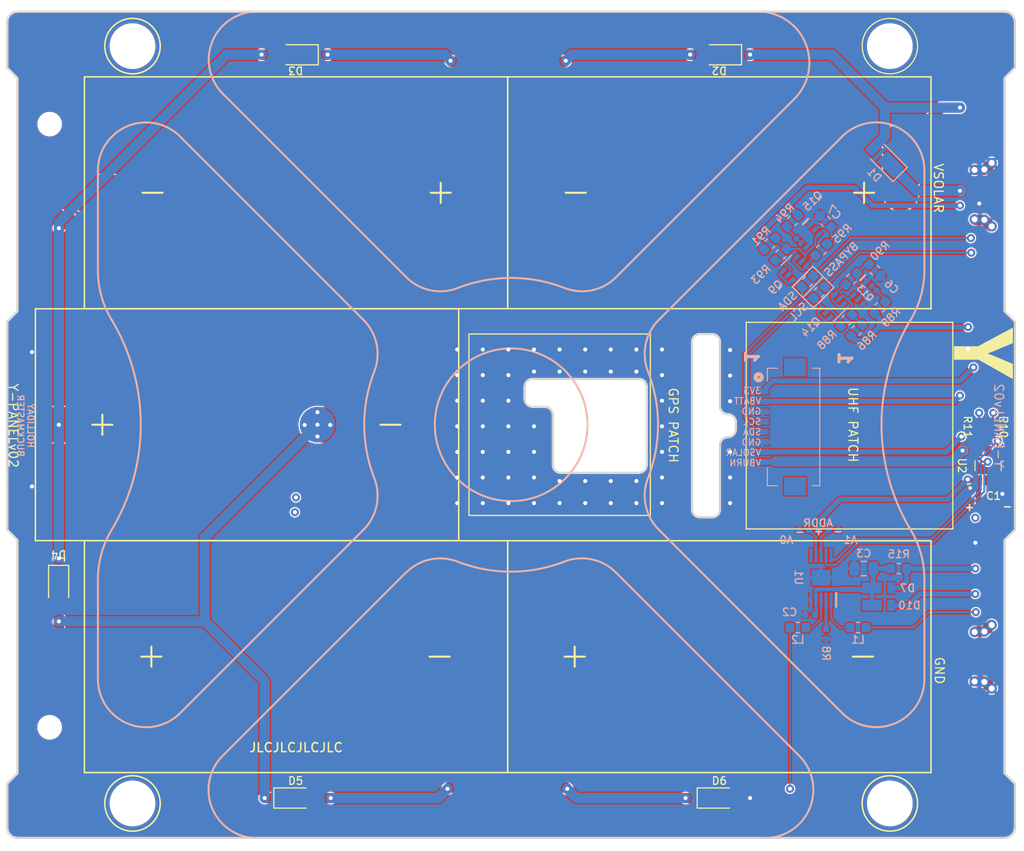
<source format=kicad_pcb>
(kicad_pcb (version 20200104) (host pcbnew "(5.99.0-868-g2a1594d07)")
  (layers (0 "F.Cu" signal) (1 "In1.Cu" signal) (2 "In2.Cu" signal) (3 "In3.Cu" signal) (4 "In4.Cu" signal) (31 "B.Cu" signal) (34 "B.Paste" user hide) (35 "F.Paste" user hide) (36 "B.SilkS" user) (37 "F.SilkS" user hide) (38 "B.Mask" user hide) (39 "F.Mask" user) (44 "Edge.Cuts" user))
  (net 0 "")
  (net 1 "GND")
  (net 2 "+3V3")
  (net 3 "SDA")
  (net 4 "SCL")
  (net 5 "Net-(R5-Pad1)")
  (net 6 "Net-(U1-Pad6)")
  (net 7 "/torque-coil")
  (net 8 "Net-(C2-Pad1)")
  (net 9 "Net-(D1-Pad2)")
  (net 10 "Net-(D2-Pad2)")
  (net 11 "Net-(D3-Pad2)")
  (net 12 "Net-(D4-Pad2)")
  (net 13 "Net-(R4-Pad1)")
  (net 14 "Net-(R8-Pad2)")
  (net 15 "Net-(R1-Pad1)")
  (net 16 "Net-(U2-Pad5)")
  (net 17 "/VBURN")
  (net 18 "Net-(J1-PadMP1)")
  (net 19 "VBATT")
  (net 20 "Net-(L1-Pad2)")
  (net 21 "Net-(L2-Pad2)")
  (net 22 "/VSOLAR")
  (net 23 "Net-(D5-Pad2)")
  (net 24 "Net-(C6-Pad1)")
  (net 25 "Net-(C7-Pad1)")
  (net 26 "SCL1_b4iso")
  (net 27 "SDA1_b4iso")
  (net 28 "Net-(Q9-Pad2)")
  (net 29 "Net-(Q15-Pad3)")
  (net 30 "Net-(Q13-Pad6)")
  (net 31 "Net-(Q13-Pad2)")
  (net 32 "Net-(Q14-Pad2)")
  (net 33 "Net-(Q15-Pad5)")
  (module "custom-footprints:TSL2561" (layer "F.Cu") (at 195.83404 109.0676 90)
    (fp_text reference "U2" (at 0.00762 -2.59338 270 unlocked) (layer "F.SilkS") (effects (font (size 0.762 0.762) (thickness 0.127))))
    (fp_text value "TSL2561" hide)
    (pad "6" smd rect (at 1.45 -0.95 180) (size 0.7 1) (layers "F.Cu" "F.Paste" "F.Mask") (net 3 "SDA"))
    (pad "5" smd rect (at 1.45 0 180) (size 0.7 1) (layers "F.Cu" "F.Paste" "F.Mask") (net 16 "Net-(U2-Pad5)"))
    (pad "4" smd rect (at 1.45 0.95 180) (size 0.7 1) (layers "F.Cu" "F.Paste" "F.Mask") (net 4 "SCL"))
    (pad "3" smd rect (at -1.45 0.95 180) (size 0.7 1) (layers "F.Cu" "F.Paste" "F.Mask") (net 1 "GND"))
    (pad "2" smd rect (at -1.45 0 180) (size 0.7 1) (layers "F.Cu" "F.Paste" "F.Mask") (net 15 "Net-(R1-Pad1)"))
    (pad "1" smd rect (at -1.45 -0.95 180) (size 0.7 1) (layers "F.Cu" "F.Paste" "F.Mask") (net 2 "+3V3"))
  )
  (module "Capacitor_SMD:C_0402_1005Metric" (layer "F.Cu") (at 194.37604 112.0394 180)
    (fp_text reference "C1" (at -1.9939 -0.0254 unlocked) (layer "F.SilkS") (effects (font (size 0.762 0.762) (thickness 0.127))))
    (fp_text value "0.1uF")
    (pad "2" smd roundrect (at 0.485 0 180) (size 0.59 0.64) (layers "F.Cu" "F.Paste" "F.Mask") (net 1 "GND"))
    (pad "1" smd roundrect (at -0.485 0 180) (size 0.59 0.64) (layers "F.Cu" "F.Paste" "F.Mask") (net 2 "+3V3"))
  )
  (module "Resistor_SMD:R_0402_1005Metric" (layer "F.Cu") (at 196.28104 113.1824 180)
    (fp_text reference "R2" hide)
    (fp_text value "0")
    (pad "2" smd roundrect (at 0.485 0 180) (size 0.59 0.64) (layers "F.Cu" "F.Paste" "F.Mask") (net 15 "Net-(R1-Pad1)"))
    (pad "1" smd roundrect (at -0.485 0 180) (size 0.59 0.64) (layers "F.Cu" "F.Paste" "F.Mask") (net 1 "GND"))
  )
  (module "Resistor_SMD:R_0402_1005Metric" (layer "F.Cu") (at 195.31204 113.1824 180)
    (fp_text reference "R1" hide)
    (fp_text value "0")
    (pad "2" smd roundrect (at 0.485 0 180) (size 0.59 0.64) (layers "F.Cu" "F.Paste" "F.Mask") (net 2 "+3V3"))
    (pad "1" smd roundrect (at -0.485 0 180) (size 0.59 0.64) (layers "F.Cu" "F.Paste" "F.Mask") (net 15 "Net-(R1-Pad1)"))
  )
  (module "Resistor_SMD:R_0402_1005Metric" (layer "F.Cu") (at 196.28104 105.27792 90)
    (fp_text reference "R10" (at 0.0635 1.0795 270 unlocked) (layer "F.SilkS") (effects (font (size 0.762 0.762) (thickness 0.127))))
    (fp_text value "10K")
    (pad "1" smd roundrect (at -0.485 0 90) (size 0.59 0.64) (layers "F.Cu" "F.Paste" "F.Mask") (net 4 "SCL"))
    (pad "2" smd roundrect (at 0.485 0 90) (size 0.59 0.64) (layers "F.Cu" "F.Paste" "F.Mask") (net 2 "+3V3"))
  )
  (module "Resistor_SMD:R_0402_1005Metric" (layer "F.Cu") (at 194.94754 105.27792 90)
    (fp_text reference "R11" (at 0.0635 -1.143 270 unlocked) (layer "F.SilkS") (effects (font (size 0.762 0.762) (thickness 0.127))))
    (fp_text value "10K")
    (pad "1" smd roundrect (at -0.485 0 90) (size 0.59 0.64) (layers "F.Cu" "F.Paste" "F.Mask") (net 3 "SDA"))
    (pad "2" smd roundrect (at 0.485 0 90) (size 0.59 0.64) (layers "F.Cu" "F.Paste" "F.Mask") (net 2 "+3V3"))
  )
  (module "Diode_SMD:D_PowerDI-123" (layer "B.Cu") (at 185.54954 78.60792 135)
    (fp_text reference "D1" (at -0.404112 -1.840953 315 unlocked) (layer "B.SilkS") (effects (font (size 0.762 0.762) (thickness 0.127)) (justify mirror)))
    (fp_text value "SBD")
    (pad "1" smd rect (at -0.85 0 315) (size 2.4 1.5) (layers "B.Cu" "B.Paste" "B.Mask") (net 22 "/VSOLAR"))
    (pad "2" smd rect (at 1.525 0 315) (size 1.05 1.5) (layers "B.Cu" "B.Paste" "B.Mask") (net 9 "Net-(D1-Pad2)"))
  )
  (module "Resistor_SMD:R_0402_1005Metric" (layer "B.Cu") (at 179.7573 125.7574 90)
    (fp_text reference "R8" (at -1.9304 0.008 270 unlocked) (layer "B.SilkS") (effects (font (size 0.762 0.762) (thickness 0.127)) (justify mirror)))
    (fp_text value "0")
    (pad "1" smd roundrect (at -0.485 0 90) (size 0.59 0.64) (layers "B.Cu" "B.Paste" "B.Mask") (net 1 "GND"))
    (pad "2" smd roundrect (at 0.485 0 90) (size 0.59 0.64) (layers "B.Cu" "B.Paste" "B.Mask") (net 14 "Net-(R8-Pad2)"))
  )
  (module "custom-footprints:XF3M108151B" (layer "B.Cu") (at 173.92904 104.19842 -90)
    (fp_text reference "J1" hide)
    (fp_text value "XF3M(1)-0815-1B" hide)
    (pad "1" smd rect (at -2.5 0.5 270) (size 0.6 1.3) (layers "B.Cu" "B.Paste" "B.Mask") (net 2 "+3V3"))
    (pad "2" smd rect (at -1.5 0.5 270) (size 0.6 1.3) (layers "B.Cu" "B.Paste" "B.Mask") (net 19 "VBATT"))
    (pad "3" smd rect (at -0.5 0.5 270) (size 0.6 1.3) (layers "B.Cu" "B.Paste" "B.Mask") (net 1 "GND"))
    (pad "4" smd rect (at 0.5 0.5 270) (size 0.6 1.3) (layers "B.Cu" "B.Paste" "B.Mask") (net 26 "SCL1_b4iso"))
    (pad "5" smd rect (at 1.5 0.5 270) (size 0.6 1.3) (layers "B.Cu" "B.Paste" "B.Mask") (net 27 "SDA1_b4iso"))
    (pad "6" smd rect (at 2.5 0.5 270) (size 0.6 1.3) (layers "B.Cu" "B.Paste" "B.Mask") (net 1 "GND"))
    (pad "MP1" smd rect (at -4.9 -2.75 270) (size 1.8 2.2) (layers "B.Cu" "B.Paste" "B.Mask") (net 18 "Net-(J1-PadMP1)"))
    (pad "MP2" smd rect (at 6.9 -2.75 270) (size 1.8 2.2) (layers "B.Cu" "B.Paste" "B.Mask") (net 18 "Net-(J1-PadMP1)"))
    (pad "7" smd rect (at 3.5 0.5 270) (size 0.6 1.3) (layers "B.Cu" "B.Paste" "B.Mask") (net 22 "/VSOLAR"))
    (pad "8" smd rect (at 4.5 0.5 270) (size 0.6 1.3) (layers "B.Cu" "B.Paste" "B.Mask") (net 17 "/VBURN"))
  )
  (module "Resistor_SMD:R_0402_1005Metric" (layer "B.Cu") (at 177.5968 115.43792)
    (fp_text reference "R7" hide)
    (fp_text value "0")
    (pad "1" smd roundrect (at -0.485 0) (size 0.59 0.64) (layers "B.Cu" "B.Paste" "B.Mask") (net 1 "GND"))
    (pad "2" smd roundrect (at 0.485 0) (size 0.59 0.64) (layers "B.Cu" "B.Paste" "B.Mask") (net 5 "Net-(R5-Pad1)"))
  )
  (module "Resistor_SMD:R_0402_1005Metric" (layer "B.Cu") (at 178.562 115.43792)
    (fp_text reference "R5" hide)
    (fp_text value "0")
    (pad "1" smd roundrect (at -0.485 0) (size 0.59 0.64) (layers "B.Cu" "B.Paste" "B.Mask") (net 5 "Net-(R5-Pad1)"))
    (pad "2" smd roundrect (at 0.485 0) (size 0.59 0.64) (layers "B.Cu" "B.Paste" "B.Mask") (net 2 "+3V3"))
  )
  (module "custom-footprints:DRV8830DGQR" (layer "B.Cu") (at 179.2573 120.1694 90)
    (fp_text reference "U1" (at 0.0274 -2.2193 270 unlocked) (layer "B.SilkS") (effects (font (size 0.762 0.762) (thickness 0.127)) (justify mirror)))
    (fp_text value "DRV8830DGQR" hide)
    (pad "1" smd rect (at -2.2 1) (size 0.3 1.4) (layers "B.Cu" "B.Paste" "B.Mask") (net 20 "Net-(L1-Pad2)"))
    (pad "2" smd rect (at -2.2 0.5) (size 0.3 1.4) (layers "B.Cu" "B.Paste" "B.Mask") (net 14 "Net-(R8-Pad2)"))
    (pad "3" smd rect (at -2.2 0) (size 0.3 1.4) (layers "B.Cu" "B.Paste" "B.Mask") (net 21 "Net-(L2-Pad2)"))
    (pad "4" smd rect (at -2.2 -0.5) (size 0.3 1.4) (layers "B.Cu" "B.Paste" "B.Mask") (net 8 "Net-(C2-Pad1)"))
    (pad "5" smd rect (at -2.2 -1) (size 0.3 1.4) (layers "B.Cu" "B.Paste" "B.Mask") (net 1 "GND"))
    (pad "6" smd rect (at 2.2 -1) (size 0.3 1.4) (layers "B.Cu" "B.Paste" "B.Mask") (net 6 "Net-(U1-Pad6)"))
    (pad "7" smd rect (at 2.2 -0.5) (size 0.3 1.4) (layers "B.Cu" "B.Paste" "B.Mask") (net 5 "Net-(R5-Pad1)"))
    (pad "8" smd rect (at 2.2 0) (size 0.3 1.4) (layers "B.Cu" "B.Paste" "B.Mask") (net 13 "Net-(R4-Pad1)"))
    (pad "9" smd rect (at 2.2 0.5) (size 0.3 1.4) (layers "B.Cu" "B.Paste" "B.Mask") (net 3 "SDA"))
    (pad "10" smd rect (at 2.2 1) (size 0.3 1.4) (layers "B.Cu" "B.Paste" "B.Mask") (net 4 "SCL"))
    (pad "11" smd rect (at 0 0 90) (size 1.57 1.88) (layers "B.Cu" "B.Paste" "B.Mask") (net 1 "GND"))
  )
  (module "Resistor_SMD:R_0402_1005Metric" (layer "B.Cu") (at 180.4924 115.43792 180)
    (fp_text reference "R6" hide)
    (fp_text value "0")
    (pad "1" smd roundrect (at -0.485 0 180) (size 0.59 0.64) (layers "B.Cu" "B.Paste" "B.Mask") (net 1 "GND"))
    (pad "2" smd roundrect (at 0.485 0 180) (size 0.59 0.64) (layers "B.Cu" "B.Paste" "B.Mask") (net 13 "Net-(R4-Pad1)"))
  )
  (module "Resistor_SMD:R_0402_1005Metric" (layer "B.Cu") (at 179.5272 115.43792 180)
    (fp_text reference "R4" hide)
    (fp_text value "0")
    (pad "1" smd roundrect (at -0.485 0 180) (size 0.59 0.64) (layers "B.Cu" "B.Paste" "B.Mask") (net 13 "Net-(R4-Pad1)"))
    (pad "2" smd roundrect (at 0.485 0 180) (size 0.59 0.64) (layers "B.Cu" "B.Paste" "B.Mask") (net 2 "+3V3"))
  )
  (module "Capacitor_SMD:C_0805_2012Metric" (layer "B.Cu") (at 183.49214 119.27332 180)
    (fp_text reference "C3" (at 0 1.4986 unlocked) (layer "B.SilkS") (effects (font (size 0.762 0.762) (thickness 0.127)) (justify mirror)))
    (fp_text value "10uF")
    (pad "1" smd roundrect (at -0.9375 0 180) (size 0.975 1.4) (layers "B.Cu" "B.Paste" "B.Mask") (net 8 "Net-(C2-Pad1)"))
    (pad "2" smd roundrect (at 0.9375 0 180) (size 0.975 1.4) (layers "B.Cu" "B.Paste" "B.Mask") (net 1 "GND"))
  )
  (module "Resistor_SMD:R_0603_1608Metric" (layer "B.Cu") (at 182.266903 90.541822 -135)
    (fp_text reference "R90" (at -3.979625 -0.034107 -315) (layer "B.SilkS") (effects (font (size 0.762 0.762) (thickness 0.127)) (justify mirror)))
    (fp_text value "100K")
    (pad "1" smd roundrect (at -0.7875 0 225) (size 0.875 0.95) (layers "B.Cu" "B.Paste" "B.Mask") (net 24 "Net-(C6-Pad1)"))
    (pad "2" smd roundrect (at 0.7875 0 225) (size 0.875 0.95) (layers "B.Cu" "B.Paste" "B.Mask") (net 4 "SCL"))
  )
  (module "Resistor_SMD:R_0603_1608Metric" (layer "B.Cu") (at 179.279152 87.640339 -135)
    (fp_text reference "R95" (at -2.603784 -0.336914 -315) (layer "B.SilkS") (effects (font (size 0.762 0.762) (thickness 0.127)) (justify mirror)))
    (fp_text value "100K")
    (pad "2" smd roundrect (at 0.7875 0 225) (size 0.875 0.95) (layers "B.Cu" "B.Paste" "B.Mask") (net 3 "SDA"))
    (pad "1" smd roundrect (at -0.7875 0 225) (size 0.875 0.95) (layers "B.Cu" "B.Paste" "B.Mask") (net 25 "Net-(C7-Pad1)"))
  )
  (module "Capacitor_SMD:C_0402_1005Metric" (layer "B.Cu") (at 178.1651 123.8524 180)
    (fp_text reference "C2" (at 2.032 0.254 unlocked) (layer "B.SilkS") (effects (font (size 0.762 0.762) (thickness 0.127)) (justify mirror)))
    (fp_text value "0.1uF")
    (pad "1" smd roundrect (at -0.485 0 180) (size 0.59 0.64) (layers "B.Cu" "B.Paste" "B.Mask") (net 8 "Net-(C2-Pad1)"))
    (pad "2" smd roundrect (at 0.485 0 180) (size 0.59 0.64) (layers "B.Cu" "B.Paste" "B.Mask") (net 1 "GND"))
  )
  (module "Inductor_SMD:L_0603_1608Metric" (layer "B.Cu") (at 182.9276 125.1224 180)
    (fp_text reference "L1" (at 0 -1.2065) (layer "B.SilkS") (effects (font (size 0.762 0.762) (thickness 0.127)) (justify mirror)))
    (fp_text value "TBD")
    (pad "1" smd roundrect (at -0.7875 0 180) (size 0.875 0.95) (layers "B.Cu" "B.Paste" "B.Mask") (net 7 "/torque-coil"))
    (pad "2" smd roundrect (at 0.7875 0 180) (size 0.875 0.95) (layers "B.Cu" "B.Paste" "B.Mask") (net 20 "Net-(L1-Pad2)"))
  )
  (module "custom-footprints:BSS138DWQ-7" (layer "B.Cu") (at 183.604962 91.879881 -135)
    (fp_text reference "Q13" (at 0.021978 -0.074357 135) (layer "B.SilkS") (effects (font (size 0.635 0.635) (thickness 0.127)) (justify mirror)))
    (fp_text value "BSS138DWQ-7" hide)
    (pad "6" smd rect (at 0.95 0.65 135) (size 0.4 0.6) (layers "B.Cu" "B.Paste" "B.Mask") (net 30 "Net-(Q13-Pad6)"))
    (pad "5" smd rect (at 0.95 0 135) (size 0.4 0.6) (layers "B.Cu" "B.Paste" "B.Mask") (net 24 "Net-(C6-Pad1)"))
    (pad "4" smd rect (at 0.95 -0.65 135) (size 0.4 0.6) (layers "B.Cu" "B.Paste" "B.Mask") (net 1 "GND"))
    (pad "3" smd rect (at -0.95 -0.65 135) (size 0.4 0.6) (layers "B.Cu" "B.Paste" "B.Mask") (net 31 "Net-(Q13-Pad2)"))
    (pad "2" smd rect (at -0.95 0 135) (size 0.4 0.6) (layers "B.Cu" "B.Paste" "B.Mask") (net 31 "Net-(Q13-Pad2)"))
    (pad "1" smd rect (at -0.95 0.65 135) (size 0.4 0.6) (layers "B.Cu" "B.Paste" "B.Mask") (net 1 "GND"))
  )
  (module "Package_TO_SOT_SMD:SOT-363_SC-70-6" (layer "B.Cu") (at 180.372733 93.228068 45)
    (fp_text reference "Q14" (at -2.974123 -0.032061 45) (layer "B.SilkS") (effects (font (size 0.762 0.762) (thickness 0.127)) (justify mirror)))
    (fp_text value "MBT2222ADW1T1")
    (pad "6" smd rect (at 0.95 0.65 45) (size 0.65 0.4) (layers "B.Cu" "B.Paste" "B.Mask") (net 4 "SCL"))
    (pad "4" smd rect (at 0.95 -0.65 45) (size 0.65 0.4) (layers "B.Cu" "B.Paste" "B.Mask") (net 4 "SCL"))
    (pad "2" smd rect (at -0.95 0 45) (size 0.65 0.4) (layers "B.Cu" "B.Paste" "B.Mask") (net 32 "Net-(Q14-Pad2)"))
    (pad "5" smd rect (at 0.95 0 45) (size 0.65 0.4) (layers "B.Cu" "B.Paste" "B.Mask") (net 30 "Net-(Q13-Pad6)"))
    (pad "3" smd rect (at -0.95 -0.65 45) (size 0.65 0.4) (layers "B.Cu" "B.Paste" "B.Mask") (net 26 "SCL1_b4iso"))
    (pad "1" smd rect (at -0.95 0.65 45) (size 0.65 0.4) (layers "B.Cu" "B.Paste" "B.Mask") (net 26 "SCL1_b4iso"))
  )
  (module "Resistor_SMD:R_0603_1608Metric" (layer "B.Cu") (at 174.176356 87.031691 45)
    (fp_text reference "R91" (at -0.100441 -1.147342 45) (layer "B.SilkS") (effects (font (size 0.762 0.762) (thickness 0.127)) (justify mirror)))
    (fp_text value "10K")
    (pad "2" smd roundrect (at 0.7875 0 45) (size 0.875 0.95) (layers "B.Cu" "B.Paste" "B.Mask") (net 29 "Net-(Q15-Pad3)"))
    (pad "1" smd roundrect (at -0.7875 0 45) (size 0.875 0.95) (layers "B.Cu" "B.Paste" "B.Mask") (net 2 "+3V3"))
  )
  (module "Resistor_SMD:R_0603_1608Metric" (layer "B.Cu") (at 175.26254 88.10752 45)
    (fp_text reference "R93" (at -2.80184 0.017961 45) (layer "B.SilkS") (effects (font (size 0.762 0.762) (thickness 0.127)) (justify mirror)))
    (fp_text value "600")
    (pad "2" smd roundrect (at 0.7875 0 45) (size 0.875 0.95) (layers "B.Cu" "B.Paste" "B.Mask") (net 29 "Net-(Q15-Pad3)"))
    (pad "1" smd roundrect (at -0.7875 0 45) (size 0.875 0.95) (layers "B.Cu" "B.Paste" "B.Mask") (net 28 "Net-(Q9-Pad2)"))
  )
  (module "Resistor_SMD:R_0603_1608Metric" (layer "B.Cu") (at 176.42343 84.784617 45)
    (fp_text reference "R94" (at -0.005878 -1.100645 45) (layer "B.SilkS") (effects (font (size 0.762 0.762) (thickness 0.127)) (justify mirror)))
    (fp_text value "10K")
    (pad "1" smd roundrect (at -0.7875 0 45) (size 0.875 0.95) (layers "B.Cu" "B.Paste" "B.Mask") (net 33 "Net-(Q15-Pad5)"))
    (pad "2" smd roundrect (at 0.7875 0 45) (size 0.875 0.95) (layers "B.Cu" "B.Paste" "B.Mask") (net 2 "+3V3"))
  )
  (module "Inductor_SMD:L_0603_1608Metric" (layer "B.Cu") (at 176.9586 125.1224)
    (fp_text reference "L2" (at 0 1.2065) (layer "B.SilkS") (effects (font (size 0.762 0.762) (thickness 0.127)) (justify mirror)))
    (fp_text value "TBD")
    (pad "1" smd roundrect (at -0.7875 0) (size 0.875 0.95) (layers "B.Cu" "B.Paste" "B.Mask") (net 7 "/torque-coil"))
    (pad "2" smd roundrect (at 0.7875 0) (size 0.875 0.95) (layers "B.Cu" "B.Paste" "B.Mask") (net 21 "Net-(L2-Pad2)"))
  )
  (module "Resistor_SMD:R_0603_1608Metric" (layer "B.Cu") (at 185.085797 93.360716 -135)
    (fp_text reference "R89" (at -0.073213 -1.480644 45) (layer "B.SilkS") (effects (font (size 0.762 0.762) (thickness 0.127)) (justify mirror)))
    (fp_text value "10K")
    (pad "1" smd roundrect (at -0.7875 0 225) (size 0.875 0.95) (layers "B.Cu" "B.Paste" "B.Mask") (net 31 "Net-(Q13-Pad2)"))
    (pad "2" smd roundrect (at 0.7875 0 225) (size 0.875 0.95) (layers "B.Cu" "B.Paste" "B.Mask") (net 2 "+3V3"))
  )
  (module "Resistor_SMD:R_0603_1608Metric" (layer "B.Cu") (at 181.773653 94.628988 -135)
    (fp_text reference "R88" (at 2.749617 -0.007297 -315) (layer "B.SilkS") (effects (font (size 0.762 0.762) (thickness 0.127)) (justify mirror)))
    (fp_text value "600")
    (pad "2" smd roundrect (at 0.7875 0 225) (size 0.875 0.95) (layers "B.Cu" "B.Paste" "B.Mask") (net 32 "Net-(Q14-Pad2)"))
    (pad "1" smd roundrect (at -0.7875 0 225) (size 0.875 0.95) (layers "B.Cu" "B.Paste" "B.Mask") (net 30 "Net-(Q13-Pad6)"))
  )
  (module "Resistor_SMD:R_0603_1608Metric" (layer "B.Cu") (at 177.92954 90.799919 45)
    (fp_text reference "R80" hide)
    (fp_text value "0")
    (pad "2" smd roundrect (at 0.7875 0 45) (size 0.875 0.95) (layers "B.Cu" "B.Paste" "B.Mask") (net 3 "SDA"))
    (pad "1" smd roundrect (at -0.7875 0 45) (size 0.875 0.95) (layers "B.Cu" "B.Paste" "B.Mask") (net 27 "SDA1_b4iso"))
  )
  (module "Resistor_SMD:R_0603_1608Metric" (layer "B.Cu") (at 179.07254 91.87942 45)
    (fp_text reference "R79" hide)
    (fp_text value "0")
    (pad "2" smd roundrect (at 0.7875 0 45) (size 0.875 0.95) (layers "B.Cu" "B.Paste" "B.Mask") (net 4 "SCL"))
    (pad "1" smd roundrect (at -0.7875 0 45) (size 0.875 0.95) (layers "B.Cu" "B.Paste" "B.Mask") (net 26 "SCL1_b4iso"))
  )
  (module "Resistor_SMD:R_0603_1608Metric" (layer "B.Cu") (at 186.97194 119.27332 180)
    (fp_text reference "R15" (at 0 1.43) (layer "B.SilkS") (effects (font (size 0.762 0.762) (thickness 0.127)) (justify mirror)))
    (fp_text value "0")
    (pad "1" smd roundrect (at -0.7875 0 180) (size 0.875 0.95) (layers "B.Cu" "B.Paste" "B.Mask") (net 2 "+3V3"))
    (pad "2" smd roundrect (at 0.7875 0 180) (size 0.875 0.95) (layers "B.Cu" "B.Paste" "B.Mask") (net 8 "Net-(C2-Pad1)"))
  )
  (module "Capacitor_SMD:C_0603_1608Metric" (layer "B.Cu") (at 179.70754 84.830919 135)
    (fp_text reference "C7" (at 0.044901 1.212335 315) (layer "B.SilkS") (effects (font (size 0.762 0.762) (thickness 0.127)) (justify mirror)))
    (fp_text value "10nF")
    (pad "2" smd roundrect (at 0.7875 0 135) (size 0.875 0.95) (layers "B.Cu" "B.Paste" "B.Mask") (net 1 "GND"))
    (pad "1" smd roundrect (at -0.7875 0 135) (size 0.875 0.95) (layers "B.Cu" "B.Paste" "B.Mask") (net 25 "Net-(C7-Pad1)"))
  )
  (module "custom-footprints:SOD-323HE" (layer "B.Cu") (at 184.86374 122.90552)
    (fp_text reference "D10" (at 3.1623 0.0254) (layer "B.SilkS") (effects (font (size 0.762 0.762) (thickness 0.127)) (justify mirror)))
    (fp_text value "SBD")
    (pad "1" smd rect (at -0.55 0) (size 2 1.1) (layers "B.Cu" "B.Paste" "B.Mask") (net 8 "Net-(C2-Pad1)"))
    (pad "2" smd rect (at 1.35 0) (size 0.8 1.1) (layers "B.Cu" "B.Paste" "B.Mask") (net 19 "VBATT"))
  )
  (module "custom-footprints:BSS138DWQ-7" (layer "B.Cu") (at 177.950074 86.31126 -135)
    (fp_text reference "Q15" (at -2.82829 2.138909 -315) (layer "B.SilkS") (effects (font (size 0.762 0.762) (thickness 0.127)) (justify mirror)))
    (fp_text value "BSS138DWQ-7" hide)
    (pad "6" smd rect (at 0.95 0.65 135) (size 0.4 0.6) (layers "B.Cu" "B.Paste" "B.Mask") (net 33 "Net-(Q15-Pad5)"))
    (pad "5" smd rect (at 0.95 0 135) (size 0.4 0.6) (layers "B.Cu" "B.Paste" "B.Mask") (net 33 "Net-(Q15-Pad5)"))
    (pad "4" smd rect (at 0.95 -0.65 135) (size 0.4 0.6) (layers "B.Cu" "B.Paste" "B.Mask") (net 1 "GND"))
    (pad "3" smd rect (at -0.95 -0.65 135) (size 0.4 0.6) (layers "B.Cu" "B.Paste" "B.Mask") (net 29 "Net-(Q15-Pad3)"))
    (pad "2" smd rect (at -0.95 0 135) (size 0.4 0.6) (layers "B.Cu" "B.Paste" "B.Mask") (net 25 "Net-(C7-Pad1)"))
    (pad "1" smd rect (at -0.95 0.65 135) (size 0.4 0.6) (layers "B.Cu" "B.Paste" "B.Mask") (net 1 "GND"))
  )
  (module "Capacitor_SMD:C_0603_1608Metric" (layer "B.Cu") (at 184.59704 89.65692 -45)
    (fp_text reference "C6" (at 2.336663 0.005388 -45) (layer "B.SilkS") (effects (font (size 0.762 0.762) (thickness 0.127)) (justify mirror)))
    (fp_text value "10nF")
    (pad "2" smd roundrect (at 0.7875 0 315) (size 0.875 0.95) (layers "B.Cu" "B.Paste" "B.Mask") (net 1 "GND"))
    (pad "1" smd roundrect (at -0.7875 0 315) (size 0.875 0.95) (layers "B.Cu" "B.Paste" "B.Mask") (net 24 "Net-(C6-Pad1)"))
  )
  (module "Resistor_SMD:R_0603_1608Metric" (layer "B.Cu") (at 182.788463 95.643798 45)
    (fp_text reference "R86" (at 0 1.43 45) (layer "B.SilkS") (effects (font (size 0.762 0.762) (thickness 0.127)) (justify mirror)))
    (fp_text value "10K")
    (pad "2" smd roundrect (at 0.7875 0 45) (size 0.875 0.95) (layers "B.Cu" "B.Paste" "B.Mask") (net 30 "Net-(Q13-Pad6)"))
    (pad "1" smd roundrect (at -0.7875 0 45) (size 0.875 0.95) (layers "B.Cu" "B.Paste" "B.Mask") (net 2 "+3V3"))
  )
  (module "Package_TO_SOT_SMD:SOT-363_SC-70-6" (layer "B.Cu") (at 176.644299 89.499634 45)
    (fp_text reference "Q9" (at -2.659814 -0.01271 45) (layer "B.SilkS") (effects (font (size 0.762 0.762) (thickness 0.127)) (justify mirror)))
    (fp_text value "MBT2222ADW1T1")
    (pad "6" smd rect (at 0.95 0.65 45) (size 0.65 0.4) (layers "B.Cu" "B.Paste" "B.Mask") (net 3 "SDA"))
    (pad "4" smd rect (at 0.95 -0.65 45) (size 0.65 0.4) (layers "B.Cu" "B.Paste" "B.Mask") (net 3 "SDA"))
    (pad "2" smd rect (at -0.95 0 45) (size 0.65 0.4) (layers "B.Cu" "B.Paste" "B.Mask") (net 28 "Net-(Q9-Pad2)"))
    (pad "5" smd rect (at 0.95 0 45) (size 0.65 0.4) (layers "B.Cu" "B.Paste" "B.Mask") (net 29 "Net-(Q15-Pad3)"))
    (pad "3" smd rect (at -0.95 -0.65 45) (size 0.65 0.4) (layers "B.Cu" "B.Paste" "B.Mask") (net 27 "SDA1_b4iso"))
    (pad "1" smd rect (at -0.95 0.65 45) (size 0.65 0.4) (layers "B.Cu" "B.Paste" "B.Mask") (net 27 "SDA1_b4iso"))
  )
  (module "custom-footprints:SOD-323HE" (layer "B.Cu") (at 184.86374 121.17832)
    (fp_text reference "D7" (at 2.9718 0.0381) (layer "B.SilkS") (effects (font (size 0.762 0.762) (thickness 0.127)) (justify mirror)))
    (fp_text value "SBD")
    (pad "1" smd rect (at -0.55 0) (size 2 1.1) (layers "B.Cu" "B.Paste" "B.Mask") (net 8 "Net-(C2-Pad1)"))
    (pad "2" smd rect (at 1.35 0) (size 0.8 1.1) (layers "B.Cu" "B.Paste" "B.Mask") (net 2 "+3V3"))
  )
  (module "Diode_SMD:D_PowerDI-123" (layer "F.Cu") (at 169.16654 142.0368)
    (fp_text reference "D6" (at 0 -1.7018) (layer "F.SilkS") (effects (font (size 0.762 0.762) (thickness 0.127))))
    (fp_text value "SBD")
    (pad "2" smd rect (at 1.525 0 180) (size 1.05 1.5) (layers "F.Cu" "F.Paste" "F.Mask") (net 1 "GND"))
    (pad "1" smd rect (at -0.85 0 180) (size 2.4 1.5) (layers "F.Cu" "F.Paste" "F.Mask") (net 23 "Net-(D5-Pad2)"))
  )
  (module "MountingHole:MountingHole_2.2mm_M2" (layer "F.Cu") (at 102.7176 75.172375)
    (fp_text reference "REF**" hide)
    (fp_text value "MountingHole_2.2mm_M2")
    (pad "1" np_thru_hole circle (at 0 0) (size 2.2 2.2) (drill 2.2) (layers *.Cu *.Mask))
  )
  (module "MountingHole:MountingHole_2.2mm_M2" (layer "F.Cu") (at 102.7176 135.019525)
    (fp_text reference "REF**" hide)
    (fp_text value "MountingHole_2.2mm_M2")
    (pad "1" np_thru_hole circle (at 0 0) (size 2.2 2.2) (drill 2.2) (layers *.Cu *.Mask))
  )
  (module "custom-footprints:ypanel" (layer "F.Cu") (at 195.36918 97.917 -90)
    (fp_text reference "Ref**" hide)
    (fp_text value "Val**" hide)
  )
  (module "custom-footprints:BURN_WIRE" (layer "B.Cu") (at 194.1576 130.519525 -90)
    (fp_text reference "F2" hide)
    (fp_text value "BURN_TERM" hide)
    (pad "2" thru_hole circle (at 0 -1.3 90) (size 1.016 1.016) (drill 0.6) (layers *.Cu *.Mask) (net 1 "GND"))
    (pad "2" thru_hole circle (at -0.05 -0.332) (size 1.016 1.016) (drill 0.6) (layers *.Cu *.Mask) (net 1 "GND"))
    (pad "2" thru_hole circle (at 0.65 -2.032 135) (size 1.016 1.016) (drill 0.6) (layers *.Cu *.Mask) (net 1 "GND"))
    (pad "1" thru_hole circle (at -5 -1.3 270) (size 1.016 1.016) (drill 0.6) (layers *.Cu *.Mask) (net 17 "/VBURN"))
    (pad "1" thru_hole circle (at -4.95 -0.332) (size 1.016 1.016) (drill 0.6) (layers *.Cu *.Mask) (net 17 "/VBURN"))
    (pad "1" thru_hole circle (at -5.65 -2.032 225) (size 1.016 1.016) (drill 0.6) (layers *.Cu *.Mask) (net 17 "/VBURN"))
  )
  (module "custom-footprints:BURN_WIRE" (layer "F.Cu") (at 194.1576 79.668875 90)
    (fp_text reference "F1" hide)
    (fp_text value "BURN_TERM" hide)
    (pad "2" thru_hole circle (at 0 1.3 270) (size 1.016 1.016) (drill 0.6) (layers *.Cu *.Mask) (net 1 "GND"))
    (pad "2" thru_hole circle (at -0.05 0.332) (size 1.016 1.016) (drill 0.6) (layers *.Cu *.Mask) (net 1 "GND"))
    (pad "2" thru_hole circle (at 0.65 2.032 225) (size 1.016 1.016) (drill 0.6) (layers *.Cu *.Mask) (net 1 "GND"))
    (pad "1" thru_hole circle (at -5 1.3 90) (size 1.016 1.016) (drill 0.6) (layers *.Cu *.Mask) (net 17 "/VBURN"))
    (pad "1" thru_hole circle (at -4.95 0.332) (size 1.016 1.016) (drill 0.6) (layers *.Cu *.Mask) (net 17 "/VBURN"))
    (pad "1" thru_hole circle (at -5.65 2.032 135) (size 1.016 1.016) (drill 0.6) (layers *.Cu *.Mask) (net 17 "/VBURN"))
  )
  (module "MountingHole:MountingHole_4.3mm_M4" (layer "F.Cu") (at 110.940367 142.575301)
    (fp_text reference "H4" hide)
    (fp_text value "MountingHole")
    (pad "1" np_thru_hole circle (at 0 0) (size 4.3 4.3) (drill 4.3) (layers *.Cu *.Mask) (net 1 "GND"))
  )
  (module "MountingHole:MountingHole_4.3mm_M4" (layer "F.Cu") (at 186.082365 142.575301)
    (fp_text reference "H3" hide)
    (fp_text value "MountingHole")
    (pad "1" np_thru_hole circle (at 0 0) (size 4.3 4.3) (drill 4.3) (layers *.Cu *.Mask) (net 1 "GND"))
  )
  (module "MountingHole:MountingHole_4.3mm_M4" (layer "F.Cu") (at 186.082365 67.433301)
    (fp_text reference "H2" hide)
    (fp_text value "MountingHole")
    (pad "1" np_thru_hole circle (at 0 0) (size 4.3 4.3) (drill 4.3) (layers *.Cu *.Mask) (net 1 "GND"))
  )
  (module "MountingHole:MountingHole_4.3mm_M4" (layer "F.Cu") (at 110.940367 67.433301)
    (fp_text reference "H1" hide)
    (fp_text value "MountingHole")
    (pad "1" np_thru_hole circle (at 0 0) (size 4.3 4.3) (drill 4.3) (layers *.Cu *.Mask) (net 1 "GND"))
  )
  (module "custom-footprints:SM141K06L" (layer "F.Cu") (at 169.16654 81.98612)
    (fp_text reference "SC1" hide)
    (fp_text value "SM141K06L")
    (pad "2" smd circle (at -18 0) (size 3.5 3.5) (layers "F.Cu" "F.Paste" "F.Mask") (net 10 "Net-(D2-Pad2)"))
    (pad "1" smd circle (at 18 0) (size 3.5 3.5) (layers "F.Cu" "F.Paste" "F.Mask") (net 9 "Net-(D1-Pad2)"))
  )
  (module "custom-footprints:SM141K06L" (layer "F.Cu") (at 122.30354 104.99852 180)
    (fp_text reference "SC3" hide)
    (fp_text value "SM141K06L")
    (pad "2" smd circle (at -18 0 180) (size 3.5 3.5) (layers "F.Cu" "F.Paste" "F.Mask") (net 12 "Net-(D4-Pad2)"))
    (pad "1" smd circle (at 18 0 180) (size 3.5 3.5) (layers "F.Cu" "F.Paste" "F.Mask") (net 11 "Net-(D3-Pad2)"))
  )
  (module "custom-footprints:SM141K06L" (layer "F.Cu") (at 169.16654 128.01092 180)
    (fp_text reference "SC6" hide)
    (fp_text value "SM141K06L")
    (pad "2" smd circle (at -18 0 180) (size 3.500001 3.500001) (layers "F.Cu" "F.Paste" "F.Mask") (net 1 "GND"))
    (pad "1" smd circle (at 18 0 180) (size 3.5 3.5) (layers "F.Cu" "F.Paste" "F.Mask") (net 23 "Net-(D5-Pad2)"))
  )
  (module "custom-footprints:SM141K06L" (layer "F.Cu") (at 127.16654 128.01092 180)
    (fp_text reference "SC5" hide)
    (fp_text value "SM141K06L")
    (pad "2" smd circle (at -18 0 180) (size 3.5 3.5) (layers "F.Cu" "F.Paste" "F.Mask") (net 23 "Net-(D5-Pad2)"))
    (pad "1" smd circle (at 18 0 180) (size 3.5 3.5) (layers "F.Cu" "F.Paste" "F.Mask") (net 12 "Net-(D4-Pad2)"))
  )
  (module "custom-footprints:SM141K06L" (layer "F.Cu") (at 127.16654 81.98612)
    (fp_text reference "SC2" hide)
    (fp_text value "SM141K06L")
    (pad "2" smd circle (at -18 0) (size 3.5 3.5) (layers "F.Cu" "F.Paste" "F.Mask") (net 11 "Net-(D3-Pad2)"))
    (pad "1" smd circle (at 18 0) (size 3.5 3.5) (layers "F.Cu" "F.Paste" "F.Mask") (net 10 "Net-(D2-Pad2)"))
  )
  (module "Fiducial:Fiducial_0.75mm_Mask1.5mm" (layer "F.Cu") (at 99.67214 144.77492)
    (fp_text reference "FID3" hide)
    (fp_text value "Fiducial")
    (pad "" smd circle (at 0 0) (size 0.75 0.75) (layers "F.Cu" "F.Mask") (clearance 0.375))
  )
  (module "Fiducial:Fiducial_0.75mm_Mask1.5mm" (layer "F.Cu") (at 99.92614 65.27292)
    (fp_text reference "FID2" hide)
    (fp_text value "Fiducial")
    (pad "" smd circle (at 0 0) (size 0.75 0.75) (layers "F.Cu" "F.Mask") (clearance 0.375))
  )
  (module "Fiducial:Fiducial_0.75mm_Mask1.5mm" (layer "F.Cu") (at 197.2056 65.3796)
    (fp_text reference "FID1" hide)
    (fp_text value "Fiducial")
    (pad "" smd circle (at 0 0) (size 0.75 0.75) (layers "F.Cu" "F.Mask") (clearance 0.375))
  )
  (module "Diode_SMD:D_PowerDI-123" (layer "F.Cu") (at 127.16654 142.0368)
    (fp_text reference "D5" (at -0.03954 -1.7018 unlocked) (layer "F.SilkS") (effects (font (size 0.762 0.762) (thickness 0.127))))
    (fp_text value "SBD")
    (pad "2" smd rect (at 1.525 0 180) (size 1.05 1.5) (layers "F.Cu" "F.Paste" "F.Mask") (net 23 "Net-(D5-Pad2)"))
    (pad "1" smd rect (at -0.85 0 180) (size 2.4 1.5) (layers "F.Cu" "F.Paste" "F.Mask") (net 12 "Net-(D4-Pad2)"))
  )
  (module "Diode_SMD:D_PowerDI-123" (layer "F.Cu") (at 103.60914 121.15292 -90)
    (fp_text reference "D4" (at -3.302 0 180 unlocked) (layer "F.SilkS") (effects (font (size 0.762 0.762) (thickness 0.127))))
    (fp_text value "SBD")
    (pad "2" smd rect (at 1.525 0 90) (size 1.05 1.5) (layers "F.Cu" "F.Paste" "F.Mask") (net 12 "Net-(D4-Pad2)"))
    (pad "1" smd rect (at -0.85 0 90) (size 2.4 1.5) (layers "F.Cu" "F.Paste" "F.Mask") (net 11 "Net-(D3-Pad2)"))
  )
  (module "Diode_SMD:D_PowerDI-123" (layer "F.Cu") (at 127.16654 68.29552 180)
    (fp_text reference "D3" (at 0.03954 -1.55448 180 unlocked) (layer "F.SilkS") (effects (font (size 0.762 0.762) (thickness 0.127))))
    (fp_text value "SBD")
    (pad "2" smd rect (at 1.525 0) (size 1.05 1.5) (layers "F.Cu" "F.Paste" "F.Mask") (net 11 "Net-(D3-Pad2)"))
    (pad "1" smd rect (at -0.85 0) (size 2.4 1.5) (layers "F.Cu" "F.Paste" "F.Mask") (net 10 "Net-(D2-Pad2)"))
  )
  (module "Diode_SMD:D_PowerDI-123" (layer "F.Cu") (at 169.16654 68.29552 180)
    (fp_text reference "D2" (at 0.00254 -1.55448 180 unlocked) (layer "F.SilkS") (effects (font (size 0.762 0.762) (thickness 0.127))))
    (fp_text value "SBD")
    (pad "2" smd rect (at 1.525 0) (size 1.05 1.5) (layers "F.Cu" "F.Paste" "F.Mask") (net 10 "Net-(D2-Pad2)"))
    (pad "1" smd rect (at -0.85 0) (size 2.4 1.5) (layers "F.Cu" "F.Paste" "F.Mask") (net 9 "Net-(D1-Pad2)"))
  )
  (gr_text "JLCJLCJLCJLC" (at 127.16654 137.02792) (layer "F.SilkS") (effects (font (size 0.9 0.9))))
  (gr_circle (center 194.05346 111.27486) (end 194.15346 111.27486) (layer "F.SilkS") (width 0.175))
  (gr_text "BYPASS" (at 181.277847 88.597153 45) (layer "B.SilkS") (effects (font (size 0.762 0.762) (thickness 0.127)) (justify mirror)))
  (gr_text "SDA" (at 175.943847 92.724653 45) (layer "B.SilkS") (effects (font (size 0.762 0.762) (thickness 0.127)) (justify mirror)))
  (gr_text "SCL" (at 177.023347 93.804153 45) (layer "B.SilkS") (effects (font (size 0.762 0.762) (thickness 0.127)) (justify mirror)))
  (gr_line (start 179.451 90.360501) (end 177.4825 92.329001) (layer "B.SilkS") (width 0.12))
  (gr_line (start 178.4985 93.408501) (end 180.5305 91.376501) (layer "B.SilkS") (width 0.12))
  (gr_line (start 176.403 91.313001) (end 178.435 89.281001) (layer "B.SilkS") (width 0.12))
  (gr_line (start 180.5305 91.376501) (end 178.435 89.281001) (layer "B.SilkS") (width 0.12))
  (gr_line (start 176.403 91.313001) (end 178.4985 93.408501) (layer "B.SilkS") (width 0.12))
  (gr_text "1" (at 172.339 98.2345 270) (layer "B.SilkS") (effects (font (size 1.27 1.27) (thickness 0.3175)) (justify mirror)))
  (gr_text "GND" (at 191.008 129.3876 270) (layer "F.SilkS") (effects (font (size 0.889 0.889) (thickness 0.127))))
  (gr_text "3V3\nVBATT\nGND\nSCL\nSDA\nGND\nVSOLAR\nVBURN" (at 173.3804 105.2068) (layer "B.SilkS") (effects (font (size 0.635 0.635) (thickness 0.1016)) (justify left mirror)))
  (gr_text "A0" (at 175.8188 116.4336) (layer "B.SilkS") (effects (font (size 0.762 0.762) (thickness 0.127)) (justify mirror)))
  (gr_text "A1" (at 182.1688 116.4336) (layer "B.SilkS") (effects (font (size 0.762 0.762) (thickness 0.127)) (justify mirror)))
  (gr_line (start 166.4716 113.4044) (end 166.4716 96.784) (layer "Edge.Cuts") (width 0.1778))
  (gr_arc (start 167.2336 113.4044) (end 166.4716 113.4044) (angle -90) (layer "Edge.Cuts") (width 0.1778))
  (gr_line (start 167.2336 114.1664) (end 168.4528 114.1664) (layer "Edge.Cuts") (width 0.1778))
  (gr_line (start 168.4528 96.022) (end 167.2336 96.022) (layer "Edge.Cuts") (width 0.1778))
  (gr_arc (start 167.2336 96.784) (end 167.2336 96.022) (angle -90) (layer "Edge.Cuts") (width 0.1778))
  (gr_arc (start 168.4528 96.784) (end 169.2148 96.784) (angle -90) (layer "Edge.Cuts") (width 0.1778))
  (gr_line (start 169.2148 103.2036) (end 169.2148 96.784) (layer "Edge.Cuts") (width 0.1778))
  (gr_arc (start 168.4528 113.4044) (end 168.4528 114.1664) (angle -90) (layer "Edge.Cuts") (width 0.1778))
  (gr_line (start 169.2148 113.4044) (end 169.2148 106.9848) (layer "Edge.Cuts") (width 0.1778))
  (gr_arc (start 169.9768 106.9848) (end 169.9768 106.2228) (angle -90) (layer "Edge.Cuts") (width 0.1778))
  (gr_arc (start 169.9768 103.2036) (end 169.2148 103.2036) (angle -90) (layer "Edge.Cuts") (width 0.1778))
  (gr_arc (start 169.9768 105.399) (end 169.9768 106.2228) (angle -90) (layer "Edge.Cuts") (width 0.1778))
  (gr_line (start 170.8006 104.7894) (end 170.8006 105.399) (layer "Edge.Cuts") (width 0.1778))
  (gr_arc (start 169.9768 104.7894) (end 170.8006 104.7894) (angle -90) (layer "Edge.Cuts") (width 0.1778))
  (gr_arc (start 150.6512 101.2504) (end 150.6512 100.4592) (angle -90) (layer "Edge.Cuts") (width 0.1778))
  (gr_arc (start 150.6512 102.418) (end 149.86 102.418) (angle -90) (layer "Edge.Cuts") (width 0.1778))
  (gr_arc (start 151.8626 104.0002) (end 152.6538 104.0002) (angle -90) (layer "Edge.Cuts") (width 0.1778))
  (gr_arc (start 153.4452 108.9678) (end 152.654 108.9678) (angle -90) (layer "Edge.Cuts") (width 0.1778))
  (gr_arc (start 161.1628 108.9676) (end 161.1628 109.7588) (angle -90) (layer "Edge.Cuts") (width 0.1778))
  (gr_arc (start 161.1626 101.25) (end 161.9538 101.25) (angle -90) (layer "Edge.Cuts") (width 0.1778))
  (gr_line (start 151.8626 103.209) (end 150.6512 103.2092) (layer "Edge.Cuts") (width 0.1778))
  (gr_line (start 149.86 102.418) (end 149.86 101.2504) (layer "Edge.Cuts") (width 0.1778))
  (gr_line (start 161.1626 100.4588) (end 150.6512 100.4592) (layer "Edge.Cuts") (width 0.1778))
  (gr_line (start 153.4452 109.759) (end 161.1628 109.7588) (layer "Edge.Cuts") (width 0.1778))
  (gr_line (start 161.9538 101.25) (end 161.954 108.9676) (layer "Edge.Cuts") (width 0.1778))
  (gr_line (start 152.6538 104.0002) (end 152.654 108.9678) (layer "Edge.Cuts") (width 0.1778))
  (gr_line (start 98.50105 69.59925) (end 98.5011 65.0036) (layer "Edge.Cuts") (width 0.1778))
  (gr_line (start 99.51715 70.61545) (end 98.50105 69.59925) (layer "Edge.Cuts") (width 0.1778))
  (gr_line (start 99.5171 93.7293) (end 99.51715 70.61545) (layer "Edge.Cuts") (width 0.1778))
  (gr_line (start 99.5171 93.7293) (end 98.501 94.7454) (layer "Edge.Cuts") (width 0.1778))
  (gr_line (start 98.501 94.7454) (end 98.5012 115.4464) (layer "Edge.Cuts") (width 0.1778))
  (gr_line (start 99.5173 116.4626) (end 98.5012 115.4464) (layer "Edge.Cuts") (width 0.1778))
  (gr_line (start 99.5173 116.4626) (end 99.51725 139.57645) (layer "Edge.Cuts") (width 0.1778))
  (gr_line (start 99.51725 139.57645) (end 98.50115 140.59255) (layer "Edge.Cuts") (width 0.1778))
  (gr_line (start 98.5011 145.0036) (end 98.50115 140.59255) (layer "Edge.Cuts") (width 0.1778))
  (gr_line (start 198.50105 69.59585) (end 198.5011 65.0036) (layer "Edge.Cuts") (width 0.1778))
  (gr_line (start 198.50105 69.59585) (end 197.48485 70.61195) (layer "Edge.Cuts") (width 0.1778))
  (gr_line (start 198.5009 94.7419) (end 197.4848 93.7258) (layer "Edge.Cuts") (width 0.1778))
  (gr_line (start 197.4848 93.7258) (end 197.48485 70.61195) (layer "Edge.Cuts") (width 0.1778))
  (gr_arc (start 99.5011 145.0036) (end 98.5011 145.0036) (angle -90) (layer "Edge.Cuts") (width 0.1778))
  (gr_arc (start 99.5011 65.0036) (end 99.5011 64.0036) (angle -90) (layer "Edge.Cuts") (width 0.1778))
  (gr_arc (start 197.5009 145.0036) (end 197.5009 146.0036) (angle -90) (layer "Edge.Cuts") (width 0.1778))
  (gr_arc (start 197.5011 65.0036) (end 198.5011 65.0036) (angle -90) (layer "Edge.Cuts") (width 0.1778))
  (gr_line (start 198.5009 145.0036) (end 198.50095 140.59255) (layer "Edge.Cuts") (width 0.1778))
  (gr_line (start 198.5011 115.4465) (end 197.4849 116.4626) (layer "Edge.Cuts") (width 0.1778))
  (gr_line (start 197.48485 139.57645) (end 197.4849 116.4626) (layer "Edge.Cuts") (width 0.1778))
  (gr_line (start 198.50095 140.59255) (end 197.48485 139.57645) (layer "Edge.Cuts") (width 0.1778))
  (gr_line (start 99.5011 64.0036) (end 197.5011 64.0036) (layer "Edge.Cuts") (width 0.1778))
  (gr_line (start 198.5009 94.7419) (end 198.5011 115.4465) (layer "Edge.Cuts") (width 0.1778))
  (gr_line (start 197.5009 146.0036) (end 99.5011 146.0036) (layer "Edge.Cuts") (width 0.1778))
  (gr_circle (center 186.082365 67.43192) (end 188.832365 67.43192) (layer "F.SilkS") (width 0.12))
  (gr_circle (center 110.940367 67.433301) (end 113.690367 67.433301) (layer "F.SilkS") (width 0.1524))
  (gr_circle (center 110.940367 142.575301) (end 113.690367 142.575301) (layer "F.SilkS") (width 0.1524))
  (gr_circle (center 186.082365 142.575301) (end 188.832365 142.575301) (layer "F.SilkS") (width 0.1524))
  (gr_text "Y-PANELv02" (at 196.9008 105.0942 270) (layer "B.SilkS") (effects (font (size 0.889 0.889) (thickness 0.127)) (justify mirror)))
  (gr_text "UHF PATCH" (at 182.42534 104.99852 270) (layer "F.SilkS") (effects (font (size 0.889 0.889) (thickness 0.127))))
  (gr_line (start 192.33134 115.33912) (end 171.83134 115.33912) (layer "F.SilkS") (width 0.12))
  (gr_line (start 171.83134 94.83912) (end 171.83134 115.33912) (layer "F.SilkS") (width 0.12))
  (gr_line (start 192.33134 115.33912) (end 192.33134 94.83912) (layer "F.SilkS") (width 0.12))
  (gr_line (start 171.83134 94.83912) (end 192.33134 94.83912) (layer "F.SilkS") (width 0.12))
  (gr_text "GPS PATCH" (at 164.592 105.05186 270) (layer "F.SilkS") (effects (font (size 0.889 0.889) (thickness 0.127))))
  (gr_line (start 144.32124 95.99852) (end 162.32124 95.99852) (layer "F.SilkS") (width 0.12))
  (gr_line (start 144.32124 113.99852) (end 162.32124 113.99852) (layer "F.SilkS") (width 0.12))
  (gr_line (start 162.32124 95.99852) (end 162.32124 113.99852) (layer "F.SilkS") (width 0.12))
  (gr_line (start 144.32124 113.99852) (end 144.32124 95.99852) (layer "F.SilkS") (width 0.12))
  (gr_text "VSOLAR" (at 190.9064 81.534 270) (layer "F.SilkS") (effects (font (size 0.889 0.889) (thickness 0.127))))
  (gr_line (start 138.080139 119.653382) (end 119.881958 137.851562) (layer "B.SilkS") (width 0.2))
  (gr_arc (start 123.258535 141.228138) (end 119.881958 137.851562) (angle -135) (layer "B.SilkS") (width 0.2))
  (gr_arc (start 173.716547 141.228138) (end 173.716547 146.003338) (angle -135) (layer "B.SilkS") (width 0.2))
  (gr_arc (start 155.518367 123.029958) (end 158.894943 119.653382) (angle -66.30701061) (layer "B.SilkS") (width 0.2))
  (gr_line (start 177.093124 137.851562) (end 158.894943 119.653382) (layer "B.SilkS") (width 0.2))
  (gr_arc (start 148.487541 105.003339) (end 143.191857 118.581159) (angle -42.61402122) (layer "B.SilkS") (width 0.2))
  (gr_line (start 189.50754 79.774333) (end 189.50754 89.67492) (layer "B.SilkS") (width 0.2))
  (gr_arc (start 184.73234 79.774333) (end 189.50754 79.774333) (angle -135) (layer "B.SilkS") (width 0.2))
  (gr_arc (start 179.98254 120.331758) (end 189.50754 120.331758) (angle -30.99342703) (layer "B.SilkS") (width 0.2))
  (gr_arc (start 184.73234 130.232345) (end 181.355764 133.608922) (angle -135) (layer "B.SilkS") (width 0.2))
  (gr_line (start 163.157584 94.595937) (end 181.355764 76.397756) (layer "B.SilkS") (width 0.2))
  (gr_arc (start 166.53416 97.972513) (end 163.157584 94.595937) (angle -66.30701061) (layer "B.SilkS") (width 0.2))
  (gr_arc (start 148.507541 105.003339) (end 162.085361 110.299023) (angle -42.61402122) (layer "B.SilkS") (width 0.2))
  (gr_arc (start 166.53416 112.034165) (end 162.085361 110.299023) (angle -66.30701061) (layer "B.SilkS") (width 0.2))
  (gr_line (start 181.355764 133.608922) (end 163.157584 115.410741) (layer "B.SilkS") (width 0.2))
  (gr_line (start 189.50754 120.331758) (end 189.50754 130.232345) (layer "B.SilkS") (width 0.2))
  (gr_arc (start 205.499944 105.003339) (end 188.147622 94.579721) (angle -61.98685407) (layer "B.SilkS") (width 0.2))
  (gr_arc (start 179.98254 89.67492) (end 188.147622 94.579721) (angle -30.99342703) (layer "B.SilkS") (width 0.2))
  (gr_arc (start 117.032962 89.680981) (end 107.507962 89.680981) (angle -31) (layer "B.SilkS") (width 0.2))
  (gr_arc (start 123.278955 68.784601) (end 123.278955 64.009401) (angle -135) (layer "B.SilkS") (width 0.2))
  (gr_arc (start 148.507961 105.0094) (end 134.930141 99.713716) (angle -42.6) (layer "B.SilkS") (width 0.2))
  (gr_arc (start 141.477135 123.036019) (end 143.212277 118.58722) (angle -66.3) (layer "B.SilkS") (width 0.2))
  (gr_arc (start 130.481342 97.978574) (end 134.930141 99.713716) (angle -66.3) (layer "B.SilkS") (width 0.2))
  (gr_arc (start 112.283162 79.780394) (end 115.659738 76.403817) (angle -135) (layer "B.SilkS") (width 0.2))
  (gr_line (start 107.507962 79.780394) (end 107.507962 89.680981) (layer "B.SilkS") (width 0.2))
  (gr_arc (start 148.507961 105.0094) (end 153.803645 91.43158) (angle -42.6) (layer "B.SilkS") (width 0.2))
  (gr_line (start 115.659738 133.614983) (end 133.857918 115.416802) (layer "B.SilkS") (width 0.2))
  (gr_arc (start 173.025205 69.079422) (end 176.610251 72.664469) (angle -135) (layer "B.SilkS") (width 0.2))
  (gr_arc (start 155.538787 86.982781) (end 153.803645 91.43158) (angle -66.3) (layer "B.SilkS") (width 0.2))
  (gr_arc (start 141.477135 86.982781) (end 138.100559 90.359357) (angle -66.3) (layer "B.SilkS") (width 0.2))
  (gr_arc (start 112.283162 130.238406) (end 107.507962 130.238406) (angle -135) (layer "B.SilkS") (width 0.2))
  (gr_line (start 158.915363 90.359357) (end 176.610251 72.664469) (layer "B.SilkS") (width 0.2))
  (gr_arc (start 91.515558 105.0094) (end 108.86788 115.433018) (angle -62) (layer "B.SilkS") (width 0.2))
  (gr_line (start 133.857918 94.601998) (end 115.659738 76.403817) (layer "B.SilkS") (width 0.2))
  (gr_arc (start 130.481342 112.040226) (end 133.857918 115.416802) (angle -66.3) (layer "B.SilkS") (width 0.2))
  (gr_arc (start 117.032962 120.337819) (end 108.86788 115.433018) (angle -31) (layer "B.SilkS") (width 0.2))
  (gr_line (start 119.902378 72.161177) (end 138.100559 90.359357) (layer "B.SilkS") (width 0.2))
  (gr_line (start 107.507962 120.337819) (end 107.507962 130.238406) (layer "B.SilkS") (width 0.2))
  (gr_text "1" (at 181.61 98.3996 270) (layer "B.SilkS") (effects (font (size 1.27 1.27) (thickness 0.3175)) (justify mirror)))
  (gr_text "-" (at 197.74154 113.2078 180) (layer "F.SilkS") (effects (font (size 0.762 0.762) (thickness 0.1524))))
  (gr_text "+" (at 193.98234 113.157) (layer "F.SilkS") (effects (font (size 0.762 0.762) (thickness 0.1524))))
  (gr_text "-" (at 177.1396 115.6208) (layer "B.SilkS") (effects (font (size 0.762 0.762) (thickness 0.1524)) (justify mirror)))
  (gr_text "-" (at 180.9496 115.57) (layer "B.SilkS") (effects (font (size 0.762 0.762) (thickness 0.1524)) (justify mirror)))
  (gr_text "+" (at 179.07 115.6208 270) (layer "B.SilkS") (effects (font (size 0.762 0.762) (thickness 0.1524)) (justify mirror)))
  (gr_text "ADDR" (at 178.9684 114.7572) (layer "B.SilkS") (effects (font (size 0.762 0.762) (thickness 0.127)) (justify mirror)))
  (gr_circle (center 148.510446 105.001741) (end 148.510446 97.427741) (layer "B.SilkS") (width 0.2))
  (gr_text "HOLLIDAY\nBUCKMASTER" (at 100.33254 105.0959 270) (layer "B.SilkS") (effects (font (size 0.635 0.635) (thickness 0.127)) (justify mirror)))
  (gr_text "Y-PANELv02" (at 99.1108 105.09082 270) (layer "F.SilkS") (effects (font (size 0.889 0.889) (thickness 0.127))))
  (segment (start 130.6068 142.0368) (end 141.2748 142.0368) (width 1.016) (layer "B.Cu") (net 23))
  (segment (start 141.2748 142.0368) (end 142.1892 141.1224) (width 1.016) (layer "B.Cu") (net 23))
  (segment (start 165.8112 142.0368) (end 154.9908 142.0368) (width 1.016) (layer "B.Cu") (net 23))
  (segment (start 154.9908 142.0368) (end 154.0764 141.1224) (width 1.016) (layer "B.Cu") (net 23))
  (segment (start 153.95292 140.99892) (end 154.0764 141.1224) (width 1.016) (layer "F.Cu") (net 23))
  (segment (start 151.16654 140.99892) (end 153.95292 140.99892) (width 1.016) (layer "F.Cu") (net 23))
  (via (at 154.0764 141.1224) (size 0.8) (drill 0.4) (layers "F.Cu" "B.Cu") (net 23))
  (segment (start 142.31268 140.99892) (end 142.1892 141.1224) (width 1.016) (layer "F.Cu") (net 23))
  (segment (start 145.16354 140.99892) (end 142.31268 140.99892) (width 1.016) (layer "F.Cu") (net 23))
  (via (at 142.1892 141.1224) (size 0.8) (drill 0.4) (layers "F.Cu" "B.Cu") (net 23))
  (segment (start 145.16654 128.01092) (end 151.16654 128.01092) (width 1.016) (layer "F.Cu") (net 23))
  (segment (start 168.31654 142.0368) (end 165.8112 142.0368) (width 1.016) (layer "F.Cu") (net 23))
  (via (at 165.8112 142.0368) (size 0.8) (drill 0.4) (layers "F.Cu" "B.Cu") (net 23))
  (segment (start 128.69154 142.0368) (end 130.6068 142.0368) (width 1.016) (layer "F.Cu") (net 23))
  (via (at 130.6068 142.0368) (size 0.8) (drill 0.4) (layers "F.Cu" "B.Cu") (net 23))
  (segment (start 145.16354 128.01092) (end 145.16354 140.99892) (width 3.5) (layer "F.Cu") (net 23))
  (segment (start 151.16654 128.01092) (end 151.16654 140.99892) (width 3.5) (layer "F.Cu") (net 23))
  (segment (start 195.4576 84.668875) (end 194.5396 84.668875) (width 1.016) (layer "F.Cu") (net 17))
  (segment (start 194.5396 84.668875) (end 194.4896 84.618875) (width 1.016) (layer "F.Cu") (net 17))
  (segment (start 196.1896 85.318875) (end 196.1076 85.318875) (width 1.016) (layer "F.Cu") (net 17))
  (segment (start 196.1076 85.318875) (end 195.4576 84.668875) (width 1.016) (layer "F.Cu") (net 17))
  (segment (start 195.4576 125.519525) (end 194.5396 125.519525) (width 1.016) (layer "F.Cu") (net 17))
  (segment (start 194.5396 125.519525) (end 194.4896 125.569525) (width 1.016) (layer "F.Cu") (net 17))
  (segment (start 196.1896 124.869525) (end 196.1076 124.869525) (width 1.016) (layer "F.Cu") (net 17))
  (segment (start 196.1076 124.869525) (end 195.4576 125.519525) (width 1.016) (layer "F.Cu") (net 17))
  (segment (start 118.11 124.5108) (end 118.11 116.17706) (width 1.016) (layer "B.Cu") (net 12))
  (segment (start 118.11 116.17706) (end 129.28854 104.99852) (width 1.016) (layer "B.Cu") (net 12))
  (segment (start 118.11 124.5108) (end 124.0536 130.4544) (width 1.016) (layer "B.Cu") (net 12))
  (segment (start 124.0536 130.4544) (end 124.0536 142.0368) (width 1.016) (layer "B.Cu") (net 12))
  (segment (start 103.632 124.5108) (end 118.11 124.5108) (width 1.016) (layer "B.Cu") (net 12))
  (segment (start 126.31654 142.0368) (end 124.0536 142.0368) (width 1.016) (layer "F.Cu") (net 12))
  (via (at 124.0536 142.0368) (size 0.8) (drill 0.4) (layers "F.Cu" "B.Cu") (net 12))
  (segment (start 103.632 124.5108) (end 103.632 126.976381) (width 1.016) (layer "F.Cu") (net 12))
  (segment (start 103.632 126.976381) (end 104.666539 128.01092) (width 1.016) (layer "F.Cu") (net 12))
  (segment (start 103.60914 124.48794) (end 103.632 124.5108) (width 1.016) (layer "F.Cu") (net 12))
  (segment (start 103.60914 122.67792) (end 103.60914 124.48794) (width 1.016) (layer "F.Cu") (net 12))
  (via (at 103.632 124.5108) (size 0.8) (drill 0.4) (layers "F.Cu" "B.Cu") (net 12))
  (segment (start 130.55854 105.02392) (end 130.62394 105.08932) (width 1.016) (layer "F.Cu") (net 12))
  (segment (start 129.28854 104.97312) (end 129.28854 104.99852) (width 3.5) (layer "B.Cu") (net 12))
  (via (at 130.55854 105.02392) (size 0.8) (drill 0.4) (layers "F.Cu" "B.Cu") (net 12))
  (segment (start 130.55854 105.02392) (end 129.28854 104.99852) (width 3.5) (layer "F.Cu") (net 12))
  (via (at 129.28854 106.16692) (size 0.8) (drill 0.4) (layers "F.Cu" "B.Cu") (net 12))
  (via (at 129.28854 103.75392) (size 0.8) (drill 0.4) (layers "F.Cu" "B.Cu") (net 12))
  (via (at 128.01854 105.02392) (size 0.8) (drill 0.4) (layers "F.Cu" "B.Cu") (net 12))
  (via (at 129.28854 104.99852) (size 0.8) (drill 0.4) (layers "F.Cu" "B.Cu") (net 12))
  (segment (start 140.30354 104.99852) (end 130.55854 105.02392) (width 3.5) (layer "F.Cu") (net 12))
  (segment (start 109.166539 128.01092) (end 104.666539 128.01092) (width 3.5) (layer "F.Cu") (net 12))
  (segment (start 103.632 84.930715) (end 120.287515 68.2752) (width 1.016) (layer "B.Cu") (net 11))
  (segment (start 103.632 85.4964) (end 103.632 84.930715) (width 1.016) (layer "B.Cu") (net 11))
  (segment (start 120.287515 68.2752) (end 123.183115 68.2752) (width 1.016) (layer "B.Cu") (net 11))
  (segment (start 123.183115 68.2752) (end 123.7488 68.2752) (width 1.016) (layer "B.Cu") (net 11))
  (segment (start 123.76912 68.29552) (end 123.7488 68.2752) (width 1.016) (layer "F.Cu") (net 11))
  (segment (start 125.64154 68.29552) (end 123.76912 68.29552) (width 1.016) (layer "F.Cu") (net 11))
  (via (at 123.7488 68.2752) (size 0.8) (drill 0.4) (layers "F.Cu" "B.Cu") (net 11))
  (segment (start 103.632 85.4964) (end 103.632 105.0036) (width 1.016) (layer "B.Cu") (net 11))
  (segment (start 104.66814 81.98612) (end 104.66814 84.46026) (width 1.016) (layer "F.Cu") (net 11))
  (segment (start 104.66814 84.46026) (end 103.632 85.4964) (width 1.016) (layer "F.Cu") (net 11))
  (via (at 103.632 85.4964) (size 0.8) (drill 0.4) (layers "F.Cu" "B.Cu") (net 11))
  (segment (start 109.16654 81.98612) (end 104.66814 81.98612) (width 3.5) (layer "F.Cu") (net 11))
  (segment (start 103.632 118.2624) (end 103.632 105.0036) (width 1.016) (layer "B.Cu") (net 11))
  (segment (start 103.60914 118.28526) (end 103.632 118.2624) (width 1.016) (layer "F.Cu") (net 11))
  (segment (start 103.60914 120.30292) (end 103.60914 118.28526) (width 1.016) (layer "F.Cu") (net 11))
  (via (at 103.632 118.2624) (size 0.8) (drill 0.4) (layers "F.Cu" "B.Cu") (net 11))
  (segment (start 103.4796 105.0036) (end 101.37394 104.99852) (width 3.5) (layer "F.Cu") (net 11))
  (segment (start 103.48468 104.99852) (end 103.4796 105.0036) (width 1.016) (layer "F.Cu") (net 11))
  (segment (start 104.30354 104.99852) (end 103.4796 105.0036) (width 3.5) (layer "F.Cu") (net 11))
  (via (at 103.632 105.0036) (size 0.8) (drill 0.4) (layers "F.Cu" "B.Cu") (net 11))
  (segment (start 166.2684 68.2752) (end 154.5336 68.2752) (width 1.016) (layer "B.Cu") (net 10))
  (segment (start 154.5336 68.2752) (end 153.924 68.8848) (width 1.016) (layer "B.Cu") (net 10))
  (segment (start 130.302 68.2752) (end 141.8844 68.2752) (width 1.016) (layer "B.Cu") (net 10))
  (segment (start 141.8844 68.2752) (end 142.494 68.8848) (width 1.016) (layer "B.Cu") (net 10))
  (segment (start 153.83388 68.97492) (end 153.924 68.8848) (width 1.016) (layer "F.Cu") (net 10))
  (segment (start 151.13254 68.97492) (end 153.83388 68.97492) (width 1.016) (layer "F.Cu") (net 10))
  (via (at 153.924 68.8848) (size 0.8) (drill 0.4) (layers "F.Cu" "B.Cu") (net 10))
  (segment (start 142.58412 68.97492) (end 142.494 68.8848) (width 1.016) (layer "F.Cu") (net 10))
  (segment (start 145.16654 68.97492) (end 142.58412 68.97492) (width 1.016) (layer "F.Cu") (net 10))
  (via (at 142.494 68.8848) (size 0.8) (drill 0.4) (layers "F.Cu" "B.Cu") (net 10))
  (segment (start 145.16654 81.98612) (end 151.16654 81.98612) (width 1.016) (layer "F.Cu") (net 10))
  (segment (start 166.28872 68.29552) (end 166.2684 68.2752) (width 1.016) (layer "F.Cu") (net 10))
  (via (at 166.2684 68.2752) (size 0.8) (drill 0.4) (layers "F.Cu" "B.Cu") (net 10))
  (segment (start 167.64154 68.29552) (end 166.28872 68.29552) (width 1.016) (layer "F.Cu") (net 10))
  (segment (start 130.28168 68.29552) (end 130.302 68.2752) (width 1.016) (layer "F.Cu") (net 10))
  (segment (start 128.01654 68.29552) (end 130.28168 68.29552) (width 1.016) (layer "F.Cu") (net 10))
  (via (at 130.302 68.2752) (size 0.8) (drill 0.4) (layers "F.Cu" "B.Cu") (net 10))
  (segment (start 151.13254 81.98612) (end 151.13254 68.97492) (width 3.5) (layer "F.Cu") (net 10))
  (segment (start 145.16654 81.98612) (end 145.16654 68.97492) (width 3.5) (layer "F.Cu") (net 10))
  (segment (start 172.19168 68.29552) (end 172.212 68.2752) (width 1.016) (layer "F.Cu") (net 9))
  (segment (start 170.01654 68.29552) (end 172.19168 68.29552) (width 1.016) (layer "F.Cu") (net 9))
  (via (at 172.212 68.2752) (size 0.8) (drill 0.4) (layers "F.Cu" "B.Cu") (net 9))
  (segment (start 187.16654 81.98612) (end 187.16654 76.90612) (width 3.500001) (layer "F.Cu") (net 9))
  (via (at 176.17694 141.11732) (size 0.8) (drill 0.4) (layers "F.Cu" "B.Cu") (net 7))
  (via (at 194.6148 123.5964) (size 0.8) (drill 0.4) (layers "F.Cu" "B.Cu") (net 7))
  (segment (start 127.05334 113.68532) (end 127.03234 113.70632) (width 0.1524) (layer "B.Cu") (net 7))
  (via (at 127.15494 112.21212) (size 0.8) (drill 0.4) (layers "F.Cu" "B.Cu") (net 7))
  (via (at 127.05334 113.68532) (size 0.8) (drill 0.4) (layers "F.Cu" "B.Cu") (net 7))
  (via (at 163.4744 112.776) (size 0.8) (drill 0.4) (layers "F.Cu" "B.Cu") (net 1))
  (via (at 160.9344 112.776) (size 0.8) (drill 0.4) (layers "F.Cu" "B.Cu") (net 1))
  (via (at 163.4744 110.236) (size 0.8) (drill 0.4) (layers "F.Cu" "B.Cu") (net 1))
  (via (at 160.9344 110.586) (size 0.8) (drill 0.4) (layers "F.Cu" "B.Cu") (net 1))
  (via (at 163.4744 107.696) (size 0.8) (drill 0.4) (layers "F.Cu" "B.Cu") (net 1))
  (via (at 163.4744 105.156) (size 0.8) (drill 0.4) (layers "F.Cu" "B.Cu") (net 1))
  (via (at 163.4744 102.616) (size 0.8) (drill 0.4) (layers "F.Cu" "B.Cu") (net 1))
  (via (at 163.4744 100.076) (size 0.8) (drill 0.4) (layers "F.Cu" "B.Cu") (net 1))
  (via (at 160.9344 99.726) (size 0.8) (drill 0.4) (layers "F.Cu" "B.Cu") (net 1))
  (via (at 163.4744 97.536) (size 0.8) (drill 0.4) (layers "F.Cu" "B.Cu") (net 1))
  (via (at 143.1544 112.776) (size 0.8) (drill 0.4) (layers "F.Cu" "B.Cu") (net 1))
  (via (at 145.6944 112.776) (size 0.8) (drill 0.4) (layers "F.Cu" "B.Cu") (net 1))
  (via (at 143.1544 110.236) (size 0.8) (drill 0.4) (layers "F.Cu" "B.Cu") (net 1))
  (via (at 145.6944 110.236) (size 0.8) (drill 0.4) (layers "F.Cu" "B.Cu") (net 1))
  (via (at 143.1544 107.696) (size 0.8) (drill 0.4) (layers "F.Cu" "B.Cu") (net 1))
  (via (at 145.6944 107.696) (size 0.8) (drill 0.4) (layers "F.Cu" "B.Cu") (net 1))
  (via (at 143.1544 105.156) (size 0.8) (drill 0.4) (layers "F.Cu" "B.Cu") (net 1))
  (via (at 145.6944 105.156) (size 0.8) (drill 0.4) (layers "F.Cu" "B.Cu") (net 1))
  (via (at 143.1544 102.616) (size 0.8) (drill 0.4) (layers "F.Cu" "B.Cu") (net 1))
  (via (at 145.6944 102.616) (size 0.8) (drill 0.4) (layers "F.Cu" "B.Cu") (net 1))
  (via (at 143.1544 100.076) (size 0.8) (drill 0.4) (layers "F.Cu" "B.Cu") (net 1))
  (via (at 145.6944 100.076) (size 0.8) (drill 0.4) (layers "F.Cu" "B.Cu") (net 1))
  (via (at 143.1544 97.536) (size 0.8) (drill 0.4) (layers "F.Cu" "B.Cu") (net 1))
  (via (at 100.965 111.125) (size 0.8) (drill 0.4) (layers "F.Cu" "B.Cu") (net 1))
  (via (at 100.965 97.79) (size 0.8) (drill 0.4) (layers "F.Cu" "B.Cu") (net 1))
  (via (at 170.2308 100.1268) (size 0.8) (drill 0.4) (layers "F.Cu" "B.Cu") (net 1))
  (via (at 170.2308 97.5868) (size 0.8) (drill 0.4) (layers "F.Cu" "B.Cu") (net 1))
  (via (at 170.2308 110.236) (size 0.8) (drill 0.4) (layers "F.Cu" "B.Cu") (net 1))
  (via (at 170.2308 112.776) (size 0.8) (drill 0.4) (layers "F.Cu" "B.Cu") (net 1))
  (via (at 158.3944 112.776) (size 0.8) (drill 0.4) (layers "F.Cu" "B.Cu") (net 1))
  (via (at 155.8544 112.776) (size 0.8) (drill 0.4) (layers "F.Cu" "B.Cu") (net 1))
  (via (at 153.3144 112.776) (size 0.8) (drill 0.4) (layers "F.Cu" "B.Cu") (net 1))
  (via (at 150.7744 112.776) (size 0.8) (drill 0.4) (layers "F.Cu" "B.Cu") (net 1))
  (via (at 148.2344 112.776) (size 0.8) (drill 0.4) (layers "F.Cu" "B.Cu") (net 1))
  (via (at 158.3944 110.586) (size 0.8) (drill 0.4) (layers "F.Cu" "B.Cu") (net 1))
  (via (at 155.8544 110.586) (size 0.8) (drill 0.4) (layers "F.Cu" "B.Cu") (net 1))
  (via (at 153.3144 110.586) (size 0.8) (drill 0.4) (layers "F.Cu" "B.Cu") (net 1))
  (via (at 150.7744 110.236) (size 0.8) (drill 0.4) (layers "F.Cu" "B.Cu") (net 1))
  (via (at 148.2344 110.236) (size 0.8) (drill 0.4) (layers "F.Cu" "B.Cu") (net 1))
  (via (at 150.7744 107.696) (size 0.8) (drill 0.4) (layers "F.Cu" "B.Cu") (net 1))
  (via (at 148.2344 107.696) (size 0.8) (drill 0.4) (layers "F.Cu" "B.Cu") (net 1))
  (via (at 150.7744 105.156) (size 0.8) (drill 0.4) (layers "F.Cu" "B.Cu") (net 1))
  (via (at 148.2344 105.156) (size 0.8) (drill 0.4) (layers "F.Cu" "B.Cu") (net 1))
  (via (at 148.2344 102.616) (size 0.8) (drill 0.4) (layers "F.Cu" "B.Cu") (net 1))
  (via (at 158.3944 99.726) (size 0.8) (drill 0.4) (layers "F.Cu" "B.Cu") (net 1))
  (via (at 155.8544 99.726) (size 0.8) (drill 0.4) (layers "F.Cu" "B.Cu") (net 1))
  (via (at 153.3144 99.726) (size 0.8) (drill 0.4) (layers "F.Cu" "B.Cu") (net 1))
  (via (at 150.7744 99.726) (size 0.8) (drill 0.4) (layers "F.Cu" "B.Cu") (net 1))
  (via (at 148.2344 100.076) (size 0.8) (drill 0.4) (layers "F.Cu" "B.Cu") (net 1))
  (via (at 160.9344 97.536) (size 0.8) (drill 0.4) (layers "F.Cu" "B.Cu") (net 1))
  (via (at 158.3944 97.536) (size 0.8) (drill 0.4) (layers "F.Cu" "B.Cu") (net 1))
  (via (at 155.8544 97.536) (size 0.8) (drill 0.4) (layers "F.Cu" "B.Cu") (net 1))
  (via (at 153.3144 97.536) (size 0.8) (drill 0.4) (layers "F.Cu" "B.Cu") (net 1))
  (via (at 150.7744 97.536) (size 0.8) (drill 0.4) (layers "F.Cu" "B.Cu") (net 1))
  (via (at 148.2344 97.536) (size 0.8) (drill 0.4) (layers "F.Cu" "B.Cu") (net 1))
  (via (at 145.6944 97.536) (size 0.8) (drill 0.4) (layers "F.Cu" "B.Cu") (net 1))
  (segment (start 187.16654 128.01092) (end 187.16654 125.44454) (width 1.016) (layer "F.Cu") (net 1))
  (segment (start 187.16654 128.01092) (end 187.16654 133.05692) (width 3.500001) (layer "F.Cu") (net 1))
  (segment (start 187.16654 133.05692) (end 187.20054 133.09092) (width 3.500001) (layer "F.Cu") (net 1))
  (segment (start 170.69154 142.0368) (end 172.212 142.0368) (width 1.016) (layer "F.Cu") (net 1))
  (via (at 172.212 142.0368) (size 0.8) (drill 0.4) (layers "F.Cu" "B.Cu") (net 1))
  (segment (start 195.4576 79.668875) (end 195.5396 79.668875) (width 1.016) (layer "F.Cu") (net 1))
  (segment (start 195.5396 79.668875) (end 196.1896 79.018875) (width 1.016) (layer "F.Cu") (net 1))
  (segment (start 194.4896 79.718875) (end 195.4076 79.718875) (width 1.016) (layer "F.Cu") (net 1))
  (segment (start 195.4076 79.718875) (end 195.4576 79.668875) (width 1.016) (layer "F.Cu") (net 1))
  (segment (start 195.4576 130.519525) (end 195.5396 130.519525) (width 1.016) (layer "F.Cu") (net 1))
  (segment (start 195.5396 130.519525) (end 196.1896 131.169525) (width 1.016) (layer "F.Cu") (net 1))
  (segment (start 194.4896 130.469525) (end 195.4076 130.469525) (width 1.016) (layer "F.Cu") (net 1))
  (segment (start 195.4076 130.469525) (end 195.4576 130.519525) (width 1.016) (layer "F.Cu") (net 1))
  (segment (start 187.20054 133.09092) (end 191.70054 133.09092) (width 3.5) (layer "F.Cu") (net 1))
  (via (at 170.2308 102.6668) (size 0.8) (drill 0.4) (layers "F.Cu" "B.Cu") (net 1))
  (via (at 170.2308 107.696) (size 0.8) (drill 0.4) (layers "F.Cu" "B.Cu") (net 1))
  (via (at 194.56654 114.23142) (size 0.8) (drill 0.4) (layers "F.Cu" "B.Cu") (net 7))
  (via (at 194.16645 87.928351) (size 0.8) (drill 0.4) (layers "F.Cu" "B.Cu") (net 4))
  (via (at 193.29654 107.56392) (size 0.8) (drill 0.4) (layers "F.Cu" "B.Cu") (net 17))
  (via (at 194.56654 119.27332) (size 0.8) (drill 0.4) (layers "F.Cu" "B.Cu") (net 2))
  (via (at 194.95494 83.05292) (size 0.8) (drill 0.4) (layers "F.Cu" "B.Cu") (net 1))
  (via (at 195.79205 108.670002) (size 0.8) (drill 0.4) (layers "F.Cu" "B.Cu") (net 3))
  (segment (start 179.7573 122.3694) (end 179.7573 125.2724) (width 0.3) (layer "B.Cu") (net 14))
  (segment (start 180.239479 93.59392) (end 181.16804 94.52248) (width 0.2032) (layer "B.Cu") (net 32))
  (segment (start 180.006882 93.59392) (end 180.239479 93.59392) (width 0.2032) (layer "B.Cu") (net 32))
  (segment (start 175.387913 88.767919) (end 174.798891 88.767919) (width 0.2032) (layer "B.Cu") (net 28))
  (segment (start 173.42904 104.69842) (end 172.58754 104.69842) (width 0.2032) (layer "B.Cu") (net 26))
  (segment (start 172.58754 104.69842) (end 172.02404 104.13492) (width 0.2032) (layer "B.Cu") (net 26))
  (segment (start 173.48454 108.66862) (end 174.62754 108.66862) (width 0.508) (layer "B.Cu") (net 17))
  (segment (start 179.754934 93.845868) (end 180.006882 93.59392) (width 0.2032) (layer "B.Cu") (net 32))
  (segment (start 176.207451 89.587458) (end 175.387913 88.767919) (width 0.2032) (layer "B.Cu") (net 28))
  (segment (start 181.16804 94.52248) (end 181.16804 94.957321) (width 0.2032) (layer "B.Cu") (net 32))
  (segment (start 181.16804 94.957321) (end 181.306679 95.09596) (width 0.2032) (layer "B.Cu") (net 32))
  (segment (start 176.207451 89.936486) (end 176.207451 89.587458) (width 0.2032) (layer "B.Cu") (net 28))
  (segment (start 178.43754 92.51442) (end 178.515693 92.436267) (width 0.2032) (layer "B.Cu") (net 26))
  (segment (start 176.03541 90.108525) (end 176.207451 89.936486) (width 0.2032) (layer "B.Cu") (net 28))
  (segment (start 192.21704 108.64342) (end 193.29654 107.56392) (width 1.016) (layer "B.Cu") (net 17))
  (segment (start 174.798891 88.767919) (end 174.607338 88.576366) (width 0.2032) (layer "B.Cu") (net 28))
  (segment (start 177.61204 92.514419) (end 178.43754 92.51442) (width 0.2032) (layer "B.Cu") (net 26))
  (segment (start 172.02404 98.10242) (end 177.61204 92.51442) (width 0.2032) (layer "B.Cu") (net 26))
  (segment (start 172.02404 104.13492) (end 172.02404 98.10242) (width 0.2032) (layer "B.Cu") (net 26))
  (segment (start 174.75454 108.64342) (end 192.21704 108.64342) (width 1.016) (layer "B.Cu") (net 17))
  (segment (start 182.672891 96.64192) (end 182.231616 96.200645) (width 0.508) (layer "B.Cu") (net 2))
  (segment (start 180.76799 118.35892) (end 182.79999 116.32692) (width 0.2032) (layer "B.Cu") (net 4))
  (segment (start 185.01614 94.404753) (end 185.01614 94.83852) (width 0.508) (layer "B.Cu") (net 2))
  (segment (start 187.75944 119.27332) (end 194.56654 119.27332) (width 0.508) (layer "B.Cu") (net 2))
  (segment (start 182.79999 116.32692) (end 190.24854 116.32692) (width 0.2032) (layer "B.Cu") (net 4))
  (segment (start 195.45554 111.622829) (end 195.45554 109.006512) (width 0.2032) (layer "B.Cu") (net 3))
  (segment (start 182.966337 116.682531) (end 190.395838 116.682531) (width 0.2032) (layer "B.Cu") (net 3))
  (segment (start 195.45554 109.006512) (end 195.79205 108.670002) (width 0.2032) (layer "B.Cu") (net 3))
  (segment (start 185.01614 94.83852) (end 185.01614 95.32112) (width 0.508) (layer "B.Cu") (net 2))
  (segment (start 183.69534 96.64192) (end 182.672891 96.64192) (width 0.508) (layer "B.Cu") (net 2))
  (segment (start 184.52895 93.917563) (end 185.01614 94.404753) (width 0.508) (layer "B.Cu") (net 2))
  (segment (start 193.80454 110.42142) (end 191.83604 112.38992) (width 0.508) (layer "B.Cu") (net 2))
  (segment (start 190.24854 116.32692) (end 195.099929 111.475531) (width 0.2032) (layer "B.Cu") (net 4))
  (segment (start 179.808101 118.923401) (end 180.725467 118.923401) (width 0.2032) (layer "B.Cu") (net 3))
  (segment (start 179.7573 117.9694) (end 179.7573 118.8726) (width 0.2032) (layer "B.Cu") (net 3))
  (segment (start 195.099929 108.300531) (end 196.78904 106.61142) (width 0.2032) (layer "B.Cu") (net 4))
  (segment (start 191.83604 112.38992) (end 181.16804 112.38992) (width 0.508) (layer "B.Cu") (net 2))
  (segment (start 179.0422 114.51576) (end 179.0422 115.43792) (width 0.508) (layer "B.Cu") (net 2))
  (segment (start 180.24094 118.35892) (end 180.76799 118.35892) (width 0.2032) (layer "B.Cu") (net 4))
  (segment (start 185.01614 95.32112) (end 183.69534 96.64192) (width 0.508) (layer "B.Cu") (net 2))
  (segment (start 179.7573 118.8726) (end 179.808101 118.923401) (width 0.2032) (layer "B.Cu") (net 3))
  (segment (start 195.099929 111.475531) (end 195.099929 108.300531) (width 0.2032) (layer "B.Cu") (net 4))
  (segment (start 180.725467 118.923401) (end 182.966337 116.682531) (width 0.2032) (layer "B.Cu") (net 3))
  (segment (start 181.16804 112.38992) (end 179.0422 114.51576) (width 0.508) (layer "B.Cu") (net 2))
  (segment (start 190.395838 116.682531) (end 195.45554 111.622829) (width 0.2032) (layer "B.Cu") (net 3))
  (via (at 194.56654 114.23142) (size 0.8) (drill 0.4) (layers "F.Cu" "B.Cu") (net 7))
  (segment (start 184.42964 119.27332) (end 184.42964 121.06242) (width 0.508) (layer "B.Cu") (net 8))
  (segment (start 179.2573 122.3694) (end 179.2573 124.2842) (width 0.1524) (layer "B.Cu") (net 21))
  (segment (start 178.4191 125.1224) (end 177.8731 125.1224) (width 0.1524) (layer "B.Cu") (net 21))
  (segment (start 180.2573 122.3694) (end 180.2573 124.2301) (width 0.1524) (layer "B.Cu") (net 20))
  (segment (start 178.7573 123.7452) (end 178.6501 123.8524) (width 0.2794) (layer "B.Cu") (net 8))
  (segment (start 179.2573 124.2842) (end 178.4191 125.1224) (width 0.1524) (layer "B.Cu") (net 21))
  (segment (start 184.42964 119.27332) (end 186.18444 119.27332) (width 0.508) (layer "B.Cu") (net 8))
  (segment (start 184.42964 121.06242) (end 184.31374 121.17832) (width 0.508) (layer "B.Cu") (net 8))
  (segment (start 181.1496 125.1224) (end 182.1401 125.1224) (width 0.1524) (layer "B.Cu") (net 20))
  (segment (start 180.2573 124.2301) (end 181.1496 125.1224) (width 0.1524) (layer "B.Cu") (net 20))
  (segment (start 178.7573 122.3694) (end 178.7573 123.7452) (width 0.2794) (layer "B.Cu") (net 8))
  (segment (start 184.16134 121.33072) (end 181.18074 121.33072) (width 0.508) (layer "B.Cu") (net 8))
  (segment (start 179.295313 93.386247) (end 178.957741 93.723819) (width 0.2032) (layer "B.Cu") (net 26))
  (segment (start 176.482938 88.741757) (end 176.856431 88.368263) (width 0.2032) (layer "B.Cu") (net 3))
  (segment (start 181.489821 92.182822) (end 181.417978 92.182822) (width 0.2032) (layer "B.Cu") (net 30))
  (segment (start 177.402176 89.660996) (end 177.330333 89.660996) (width 0.2032) (layer "B.Cu") (net 3))
  (segment (start 177.278322 86.983012) (end 176.818703 86.523392) (width 0.2032) (layer "B.Cu") (net 33))
  (segment (start 181.582893 91.098669) (end 180.584865 92.096697) (width 0.2032) (layer "B.Cu") (net 4))
  (segment (start 178.957741 93.723819) (end 178.957741 94.000237) (width 0.2032) (layer "B.Cu") (net 26))
  (segment (start 179.876979 94.643058) (end 180.214552 94.305486) (width 0.2032) (layer "B.Cu") (net 26))
  (segment (start 184.736332 91.667749) (end 184.276713 91.208129) (width 0.2032) (layer "B.Cu") (net 31))
  (segment (start 176.482938 88.813601) (end 176.482938 88.741757) (width 0.2032) (layer "B.Cu") (net 3))
  (segment (start 183.345308 95.08695) (end 182.330499 94.07214) (width 0.2032) (layer "B.Cu") (net 30))
  (segment (start 176.818703 86.523392) (end 175.866583 85.571272) (width 0.2032) (layer "B.Cu") (net 33))
  (segment (start 181.417978 92.182822) (end 181.044484 92.556316) (width 0.2032) (layer "B.Cu") (net 30))
  (segment (start 179.2573 117.9694) (end 179.2573 116.18802) (width 0.2032) (layer "B.Cu") (net 13))
  (segment (start 178.486387 89.998219) (end 178.486387 90.243073) (width 0.2032) (layer "B.Cu") (net 3))
  (segment (start 182.330499 93.0235) (end 181.926588 92.619589) (width 0.2032) (layer "B.Cu") (net 30))
  (segment (start 181.926588 92.619589) (end 181.489821 92.182822) (width 0.2032) (layer "B.Cu") (net 30))
  (segment (start 184.31374 122.90552) (end 184.31374 121.17832) (width 0.508) (layer "B.Cu") (net 8))
  (segment (start 186.21374 121.17832) (end 187.07354 121.17832) (width 0.508) (layer "B.Cu") (net 2))
  (segment (start 179.600561 94.643058) (end 179.876979 94.643058) (width 0.2032) (layer "B.Cu") (net 26))
  (segment (start 177.77567 89.287502) (end 177.402176 89.660996) (width 0.2032) (layer "B.Cu") (net 3))
  (segment (start 182.330499 94.072141) (end 182.330499 93.0235) (width 0.2032) (layer "B.Cu") (net 30))
  (segment (start 177.77567 89.287502) (end 178.486387 89.998219) (width 0.2032) (layer "B.Cu") (net 3))
  (segment (start 182.19181 93.93345) (end 182.330499 94.07214) (width 0.2032) (layer "B.Cu") (net 30))
  (segment (start 179.2573 116.18802) (end 180.0074 115.43792) (width 0.2032) (layer "B.Cu") (net 13))
  (segment (start 180.310142 86.609349) (end 180.310142 85.433521) (width 0.2032) (layer "B.Cu") (net 25))
  (segment (start 181.946015 92.619589) (end 181.926588 92.619589) (width 0.2032) (layer "B.Cu") (net 30))
  (segment (start 179.836 87.083491) (end 180.310142 86.609349) (width 0.2032) (layer "B.Cu") (net 25))
  (segment (start 187.75944 120.49242) (end 187.75944 119.27332) (width 0.508) (layer "B.Cu") (net 2))
  (segment (start 179.241362 93.4402) (end 179.241362 93.161936) (width 0.2032) (layer "B.Cu") (net 26))
  (segment (start 181.710056 91.098669) (end 181.582893 91.098669) (width 0.2032) (layer "B.Cu") (net 4))
  (segment (start 175.866583 85.571272) (end 175.866583 85.341464) (width 0.2032) (layer "B.Cu") (net 33))
  (segment (start 177.330333 89.660996) (end 176.482938 88.813601) (width 0.2032) (layer "B.Cu") (net 3))
  (segment (start 187.07354 121.17832) (end 187.75944 120.49242) (width 0.508) (layer "B.Cu") (net 2))
  (segment (start 178.832979 121.326499) (end 181.176519 121.326499) (width 0.381) (layer "B.Cu") (net 8))
  (segment (start 178.848407 86.332166) (end 179.081445 86.099128) (width 0.2032) (layer "B.Cu") (net 29))
  (segment (start 182.473591 92.092013) (end 181.946015 92.619589) (width 0.2032) (layer "B.Cu") (net 30))
  (segment (start 178.7573 117.9694) (end 178.7573 116.11342) (width 0.2032) (layer "B.Cu") (net 5))
  (segment (start 178.957741 94.000237) (end 179.600561 94.643058) (width 0.2032) (layer "B.Cu") (net 26))
  (segment (start 184.31374 121.17832) (end 184.16134 121.33072) (width 0.508) (layer "B.Cu") (net 8))
  (segment (start 181.176519 121.326499) (end 181.18074 121.33072) (width 0.381) (layer "B.Cu") (net 8))
  (segment (start 178.7573 122.3694) (end 178.7573 121.402178) (width 0.381) (layer "B.Cu") (net 8))
  (segment (start 178.7573 121.402178) (end 178.832979 121.326499) (width 0.381) (layer "B.Cu") (net 8))
  (segment (start 179.241362 93.161936) (end 178.515693 92.436267) (width 0.2032) (layer "B.Cu") (net 26))
  (segment (start 178.7573 116.11342) (end 178.0818 115.43792) (width 0.2032) (layer "B.Cu") (net 5))
  (segment (start 183.708652 89.100073) (end 182.82375 89.984975) (width 0.2032) (layer "B.Cu") (net 24))
  (segment (start 174.733203 86.474844) (end 175.809032 87.550673) (width 0.2032) (layer "B.Cu") (net 29))
  (segment (start 177.77567 89.287502) (end 177.77567 89.136396) (width 0.2032) (layer "B.Cu") (net 3))
  (segment (start 184.040193 89.100073) (end 183.708652 89.100073) (width 0.2032) (layer "B.Cu") (net 24))
  (segment (start 180.264387 85.387767) (end 178.873567 85.387767) (width 0.2032) (layer "B.Cu") (net 25))
  (segment (start 180.310142 85.433521) (end 180.264387 85.387767) (width 0.2032) (layer "B.Cu") (net 25))
  (segment (start 178.873567 85.387767) (end 178.621825 85.639509) (width 0.2032) (layer "B.Cu") (net 25))
  (segment (start 177.316051 88.827883) (end 177.689545 88.454389) (width 0.2032) (layer "B.Cu") (net 29))
  (segment (start 177.689545 88.454389) (end 177.689545 88.133083) (width 0.2032) (layer "B.Cu") (net 29))
  (segment (start 185.642643 92.57406) (end 185.642643 92.803869) (width 0.2032) (layer "B.Cu") (net 31))
  (segment (start 184.736332 91.667749) (end 185.642643 92.57406) (width 0.2032) (layer "B.Cu") (net 31))
  (segment (start 178.714881 88.197185) (end 178.722306 88.197185) (width 0.2032) (layer "B.Cu") (net 3))
  (segment (start 177.689545 88.133083) (end 178.69154 87.131088) (width 0.2032) (layer "B.Cu") (net 29))
  (segment (start 178.69154 87.131088) (end 178.69154 86.489033) (width 0.2032) (layer "B.Cu") (net 29))
  (segment (start 177.77567 89.136396) (end 178.714881 88.197185) (width 0.2032) (layer "B.Cu") (net 3))
  (segment (start 178.69154 86.489033) (end 179.081445 86.099128) (width 0.2032) (layer "B.Cu") (net 29))
  (segment (start 177.689545 88.133083) (end 177.644918 88.133083) (width 0.2032) (layer "B.Cu") (net 29))
  (segment (start 177.644918 88.133083) (end 177.062508 87.550673) (width 0.2032) (layer "B.Cu") (net 29))
  (segment (start 177.062508 87.550673) (end 175.819386 87.550673) (width 0.2032) (layer "B.Cu") (net 29))
  (segment (start 175.809032 87.550673) (end 175.819386 87.550673) (width 0.2032) (layer "B.Cu") (net 29))
  (via (at 194.56654 116.70792) (size 0.8) (drill 0.4) (layers "F.Cu" "B.Cu") (net 1))
  (via (at 194.56654 114.23142) (size 0.8) (drill 0.4) (layers "F.Cu" "B.Cu") (net 7))
  (via (at 196.78904 106.61142) (size 0.8) (drill 0.4) (layers "F.Cu" "B.Cu") (net 4))
  (via (at 193.80454 110.42142) (size 0.8) (drill 0.4) (layers "F.Cu" "B.Cu") (net 2))
  (via (at 194.12204 86.48192) (size 0.8) (drill 0.4) (layers "F.Cu" "B.Cu") (net 3))
  (segment (start 194.88404 112.0164) (end 194.86104 112.0394) (width 0.508) (layer "F.Cu") (net 2))
  (segment (start 194.88404 107.6176) (end 194.88404 108.346687) (width 0.2032) (layer "F.Cu") (net 3))
  (segment (start 195.207355 108.670002) (end 195.79205 108.670002) (width 0.2032) (layer "F.Cu") (net 3))
  (segment (start 194.94754 103.75392) (end 195.01104 103.69042) (width 0.2032) (layer "F.Cu") (net 2))
  (segment (start 194.86104 113.1484) (end 194.82704 113.1824) (width 0.508) (layer "F.Cu") (net 2))
  (segment (start 196.28104 106.10342) (end 196.78904 106.61142) (width 0.2032) (layer "F.Cu") (net 4))
  (segment (start 194.88404 110.5176) (end 194.88404 112.0164) (width 0.508) (layer "F.Cu") (net 2))
  (segment (start 194.94754 105.76292) (end 194.94754 107.5541) (width 0.2032) (layer "F.Cu") (net 3))
  (segment (start 196.28104 105.76292) (end 196.28104 106.10342) (width 0.2032) (layer "F.Cu") (net 4))
  (segment (start 194.94754 107.5541) (end 194.88404 107.6176) (width 0.2032) (layer "F.Cu") (net 3))
  (segment (start 194.86104 112.0394) (end 194.86104 113.1484) (width 0.508) (layer "F.Cu") (net 2))
  (segment (start 194.88404 108.346687) (end 195.207355 108.670002) (width 0.2032) (layer "F.Cu") (net 3))
  (segment (start 194.94754 104.79292) (end 194.94754 103.75392) (width 0.2032) (layer "F.Cu") (net 2))
  (segment (start 195.79704 112.67554) (end 195.79704 113.1824) (width 0.2794) (layer "F.Cu") (net 15))
  (segment (start 194.88404 107.6176) (end 194.82054 107.5541) (width 0.2032) (layer "F.Cu") (net 3))
  (segment (start 195.83404 110.5176) (end 195.79704 110.5546) (width 0.2794) (layer "F.Cu") (net 15))
  (segment (start 195.79704 110.5546) (end 195.79704 112.67554) (width 0.2794) (layer "F.Cu") (net 15))
  (segment (start 193.90072 110.5176) (end 193.80454 110.42142) (width 0.508) (layer "F.Cu") (net 2))
  (segment (start 193.67754 110.29442) (end 193.80454 110.42142) (width 0.2032) (layer "F.Cu") (net 2))
  (segment (start 196.78904 107.6126) (end 196.78404 107.6176) (width 0.2032) (layer "F.Cu") (net 4))
  (segment (start 194.88404 110.5176) (end 193.90072 110.5176) (width 0.508) (layer "F.Cu") (net 2))
  (segment (start 196.78904 106.61142) (end 196.78904 107.6126) (width 0.2032) (layer "F.Cu") (net 4))
  (via (at 194.945 103.8225) (size 0.8) (drill 0.4) (layers "F.Cu" "B.Cu") (net 2))
  (via (at 196.342 103.8225) (size 0.8) (drill 0.4) (layers "F.Cu" "B.Cu") (net 2))
  (segment (start 196.28104 103.88346) (end 196.342 103.8225) (width 0.2032) (layer "F.Cu") (net 2))
  (segment (start 196.28104 104.79292) (end 196.28104 103.88346) (width 0.2032) (layer "F.Cu") (net 2))
  (via (at 194.564 121.793) (size 0.8) (drill 0.4) (layers "F.Cu" "B.Cu") (net 19))
  (segment (start 189.0395 121.793) (end 194.564 121.793) (width 0.508) (layer "B.Cu") (net 19))
  (segment (start 186.21374 122.90552) (end 187.92698 122.90552) (width 0.508) (layer "B.Cu") (net 19))
  (segment (start 187.92698 122.90552) (end 189.0395 121.793) (width 0.508) (layer "B.Cu") (net 19))
  (segment (start 189.9666 123.5964) (end 194.6148 123.5964) (width 0.2032) (layer "B.Cu") (net 7))
  (segment (start 183.7151 125.1224) (end 188.4406 125.1224) (width 0.2032) (layer "B.Cu") (net 7))
  (segment (start 188.4406 125.1224) (end 189.9666 123.5964) (width 0.2032) (layer "B.Cu") (net 7))
  (via (at 193.04 102.108) (size 0.8) (drill 0.4) (layers "F.Cu" "B.Cu") (net 19))
  (segment (start 192.47358 102.67442) (end 192.640001 102.507999) (width 0.508) (layer "B.Cu") (net 19))
  (segment (start 173.42104 102.67442) (end 192.47358 102.67442) (width 0.508) (layer "B.Cu") (net 19))
  (segment (start 192.640001 102.507999) (end 193.04 102.108) (width 0.508) (layer "B.Cu") (net 19))
  (segment (start 183.1975 92.287343) (end 182.933211 92.551632) (width 0.2032) (layer "B.Cu") (net 24))
  (segment (start 183.1975 91.2495) (end 183.1975 92.287343) (width 0.2032) (layer "B.Cu") (net 24))
  (segment (start 182.82375 89.984975) (end 182.82375 90.87575) (width 0.2032) (layer "B.Cu") (net 24))
  (segment (start 182.82375 90.87575) (end 183.1975 91.2495) (width 0.2032) (layer "B.Cu") (net 24))
  (via (at 193.181716 106.179096) (size 0.8) (drill 0.4) (layers "F.Cu" "B.Cu") (net 22))
  (segment (start 191.662392 107.69842) (end 193.181716 106.179096) (width 0.508) (layer "B.Cu") (net 22))
  (segment (start 173.42104 107.69842) (end 191.662392 107.69842) (width 0.508) (layer "B.Cu") (net 22))
  (via (at 197.25001 111.8616) (size 0.8) (drill 0.4) (layers "F.Cu" "B.Cu") (net 1))
  (segment (start 189.74562 76.90612) (end 189.74562 74.98588) (width 1.016) (layer "F.Cu") (net 9))
  (segment (start 187.16654 76.90612) (end 189.74562 76.90612) (width 3.5) (layer "F.Cu") (net 9))
  (segment (start 189.74562 76.90612) (end 191.70254 76.90612) (width 3.5) (layer "F.Cu") (net 9))
  (via (at 193.04 73.533) (size 0.8) (drill 0.4) (layers "F.Cu" "B.Cu") (net 9))
  (segment (start 189.74562 74.98588) (end 191.1985 73.533) (width 1.016) (layer "F.Cu") (net 9))
  (segment (start 191.1985 73.533) (end 193.04 73.533) (width 1.016) (layer "F.Cu") (net 9))
  (segment (start 185.5978 73.533) (end 193.04 73.533) (width 1.016) (layer "B.Cu") (net 9))
  (segment (start 172.212 68.2752) (end 180.34 68.2752) (width 1.016) (layer "B.Cu") (net 9))
  (segment (start 180.34 68.2752) (end 185.5978 73.533) (width 1.016) (layer "B.Cu") (net 9))
  (segment (start 185.5978 76.402984) (end 184.471202 77.529582) (width 1.016) (layer "B.Cu") (net 9))
  (segment (start 185.5978 73.533) (end 185.5978 76.402984) (width 1.016) (layer "B.Cu") (net 9))
  (via (at 193.04 81.788) (size 0.8) (drill 0.4) (layers "F.Cu" "B.Cu") (net 22))
  (segment (start 188.72962 81.788) (end 193.04 81.788) (width 1.016) (layer "B.Cu") (net 22))
  (segment (start 186.150581 79.208961) (end 188.72962 81.788) (width 1.016) (layer "B.Cu") (net 22))
  (via (at 194.3735 99.314) (size 0.8) (drill 0.4) (layers "F.Cu" "B.Cu") (net 2))
  (segment (start 193.973501 99.713999) (end 194.3735 99.314) (width 0.508) (layer "B.Cu") (net 2))
  (segment (start 193.04 100.6475) (end 193.973501 99.713999) (width 0.508) (layer "B.Cu") (net 2))
  (segment (start 173.42104 101.69842) (end 174.47196 100.6475) (width 0.508) (layer "B.Cu") (net 2))
  (segment (start 174.47196 100.6475) (end 193.04 100.6475) (width 0.508) (layer "B.Cu") (net 2))
  (segment (start 193.83371 95.32112) (end 193.84641 95.30842) (width 0.508) (layer "B.Cu") (net 2))
  (via (at 193.84641 95.30842) (size 0.8) (drill 0.4) (layers "F.Cu" "B.Cu") (net 2))
  (segment (start 185.01614 95.32112) (end 193.83371 95.32112) (width 0.508) (layer "B.Cu") (net 2))
  (via (at 193.84641 97.4725) (size 0.8) (drill 0.4) (layers "F.Cu" "B.Cu") (net 1))
  (via (at 193.04 83.2485) (size 0.8) (drill 0.4) (layers "F.Cu" "B.Cu") (net 2))
  (segment (start 193.02603 83.26247) (end 193.04 83.2485) (width 0.508) (layer "B.Cu") (net 2))
  (segment (start 176.17694 125.12792) (end 176.17694 141.11732) (width 0.1524) (layer "B.Cu") (net 7))
  (segment (start 176.18954 125.11532) (end 176.17694 125.12792) (width 0.1524) (layer "B.Cu") (net 7))
  (segment (start 175.139435 90.157104) (end 175.986831 91.0045) (width 0.2032) (layer "B.Cu") (net 27))
  (segment (start 175.139435 90.08526) (end 175.139435 90.157104) (width 0.2032) (layer "B.Cu") (net 27))
  (segment (start 176.058674 91.0045) (end 176.432168 90.631006) (width 0.2032) (layer "B.Cu") (net 27))
  (segment (start 176.432168 90.631006) (end 176.646932 90.631006) (width 0.2032) (layer "B.Cu") (net 27))
  (segment (start 173.07904 105.69842) (end 171.668429 104.287809) (width 0.2032) (layer "B.Cu") (net 27))
  (segment (start 176.646932 90.631006) (end 177.372693 91.356767) (width 0.2032) (layer "B.Cu") (net 27))
  (segment (start 175.986831 91.0045) (end 176.058674 91.0045) (width 0.2032) (layer "B.Cu") (net 27))
  (segment (start 171.668429 97.950031) (end 177.372693 92.245767) (width 0.2032) (layer "B.Cu") (net 27))
  (segment (start 173.42904 105.69842) (end 173.07904 105.69842) (width 0.2032) (layer "B.Cu") (net 27))
  (segment (start 171.668429 104.287809) (end 171.668429 97.950031) (width 0.2032) (layer "B.Cu") (net 27))
  (segment (start 177.372693 92.245767) (end 177.372693 91.356767) (width 0.2032) (layer "B.Cu") (net 27))
  (segment (start 175.512929 89.711766) (end 175.139435 90.08526) (width 0.2032) (layer "B.Cu") (net 27))
  (segment (start 182.56504 81.46542) (end 184.34812 83.2485) (width 0.508) (layer "B.Cu") (net 2))
  (segment (start 184.34812 83.2485) (end 193.04 83.2485) (width 0.508) (layer "B.Cu") (net 2))
  (segment (start 176.04359 83.26247) (end 177.84064 81.46542) (width 0.508) (layer "B.Cu") (net 2))
  (segment (start 177.84064 81.46542) (end 182.56504 81.46542) (width 0.508) (layer "B.Cu") (net 2))
  (segment (start 183.023609 87.928351) (end 179.629387 91.322573) (width 0.2032) (layer "B.Cu") (net 4))
  (segment (start 183.023609 87.928351) (end 194.16645 87.928351) (width 0.2032) (layer "B.Cu") (net 4))
  (segment (start 180.355056 92.326506) (end 180.584865 92.096697) (width 0.2032) (layer "B.Cu") (net 4))
  (segment (start 180.950988 93.245745) (end 180.355056 92.649813) (width 0.2032) (layer "B.Cu") (net 4))
  (segment (start 180.355056 92.649813) (end 180.355056 92.326506) (width 0.2032) (layer "B.Cu") (net 4))
  (segment (start 181.274295 93.245745) (end 180.950988 93.245745) (width 0.2032) (layer "B.Cu") (net 4))
  (segment (start 181.504104 93.015936) (end 181.274295 93.245745) (width 0.2032) (layer "B.Cu") (net 4))
  (segment (start 180.403511 92.096697) (end 179.629387 91.322573) (width 0.2032) (layer "B.Cu") (net 4))
  (segment (start 180.584865 92.096697) (end 180.403511 92.096697) (width 0.2032) (layer "B.Cu") (net 4))
  (segment (start 182.247539 86.48192) (end 178.486387 90.243072) (width 0.2032) (layer "B.Cu") (net 3))
  (segment (start 194.12204 86.48192) (end 182.247539 86.48192) (width 0.2032) (layer "B.Cu") (net 3))
  (segment (start 176.04359 83.291083) (end 176.980277 84.22777) (width 0.508) (layer "B.Cu") (net 2))
  (segment (start 176.04359 83.26247) (end 176.04359 83.291083) (width 0.508) (layer "B.Cu") (net 2))
  (segment (start 173.16704 87.136069) (end 173.619509 87.588538) (width 0.508) (layer "B.Cu") (net 2))
  (segment (start 176.04359 83.26247) (end 173.16704 86.13902) (width 0.508) (layer "B.Cu") (net 2))
  (segment (start 173.16704 86.13902) (end 173.16704 87.136069) (width 0.508) (layer "B.Cu") (net 2))
  (zone (net 1) (net_name "GND") (layer "B.Cu") (connect_pads (clearance 0.127)) (min_thickness 0.127) (fill yes (thermal_gap 0.127) (thermal_bridge_width 0.2794))
    (polygon (pts (xy 199.39254 147.31492) (xy 97.79254 146.04492) (xy 97.79254 63.49492) (xy 199.39254 63.49492)))
  )
  (zone (net 1) (net_name "GND") (layer "F.Cu") (connect_pads (clearance 0.127)) (min_thickness 0.127) (fill yes (thermal_gap 0.127) (thermal_bridge_width 0.2794))
    (polygon (pts (xy 199.39254 147.31492) (xy 97.79254 146.04492) (xy 97.79254 63.49492) (xy 199.39254 63.49492)))
  )
  (zone (net 0) (net_name "") (layer "F.Cu") (connect_pads (clearance 0.1524)) (min_thickness 0.1524)
    (keepout (tracks allowed) (vias allowed) (copperpour not_allowed))
    (fill (thermal_gap 0.1524) (thermal_bridge_width 0.2794))
    (polygon (pts (xy 189.0395 131.2164) (xy 192.3415 131.2164) (xy 193.548 132.2705) (xy 193.548 133.985) (xy 192.3415 134.9375) (xy 186.3852 134.9375) (xy 185.3184 133.9596) (xy 185.3184 127.7112) (xy 189.0395 127.7112)))
  )
)
</source>
